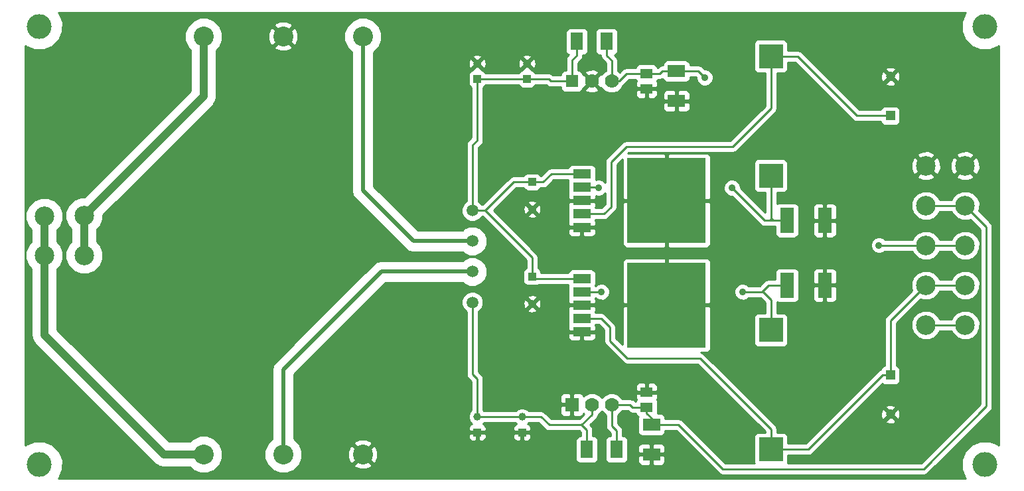
<source format=gtl>
G04 (created by PCBNEW (2013-07-07 BZR 4022)-stable) date 4/14/2014 9:30:58 PM*
%MOIN*%
G04 Gerber Fmt 3.4, Leading zero omitted, Abs format*
%FSLAX34Y34*%
G01*
G70*
G90*
G04 APERTURE LIST*
%ADD10C,0.00590551*%
%ADD11R,0.09X0.045*%
%ADD12R,0.3937X0.4252*%
%ADD13R,0.12X0.12*%
%ADD14C,0.0590551*%
%ADD15R,0.0866X0.063*%
%ADD16R,0.063X0.0866*%
%ADD17R,0.07X0.125*%
%ADD18R,0.059X0.0512*%
%ADD19R,0.0393701X0.0393701*%
%ADD20C,0.0393701*%
%ADD21R,0.0472441X0.0472441*%
%ADD22C,0.0472441*%
%ADD23C,0.0984252*%
%ADD24C,0.1*%
%ADD25C,0.07*%
%ADD26R,0.07X0.07*%
%ADD27R,0.06X0.06*%
%ADD28C,0.125*%
%ADD29C,0.035*%
%ADD30C,0.04*%
%ADD31C,0.01*%
%ADD32C,0.02*%
G04 APERTURE END LIST*
G54D10*
G54D11*
X91000Y-56831D03*
G54D12*
X95250Y-57500D03*
G54D11*
X91000Y-58169D03*
X91000Y-57500D03*
X91000Y-56161D03*
X91000Y-58839D03*
X91000Y-62081D03*
G54D12*
X95250Y-62750D03*
G54D11*
X91000Y-63419D03*
X91000Y-62750D03*
X91000Y-61411D03*
X91000Y-64089D03*
G54D13*
X100500Y-56250D03*
X100500Y-50250D03*
X100500Y-64000D03*
X100500Y-70000D03*
G54D14*
X85500Y-62606D03*
X85500Y-61070D03*
X85500Y-59535D03*
X85500Y-58000D03*
G54D15*
X95750Y-52498D03*
X95750Y-51002D03*
G54D16*
X91252Y-70000D03*
X92748Y-70000D03*
X92248Y-49500D03*
X90752Y-49500D03*
G54D15*
X94500Y-68752D03*
X94500Y-70248D03*
G54D17*
X103200Y-58500D03*
X101300Y-58500D03*
X103200Y-61750D03*
X101300Y-61750D03*
G54D18*
X94250Y-51125D03*
X94250Y-51875D03*
X94250Y-67125D03*
X94250Y-67875D03*
G54D19*
X88500Y-56561D03*
G54D20*
X88500Y-57938D03*
G54D19*
X88500Y-61311D03*
G54D20*
X88500Y-62688D03*
G54D19*
X88000Y-69143D03*
G54D20*
X88000Y-68356D03*
G54D19*
X85750Y-69143D03*
G54D20*
X85750Y-68356D03*
G54D19*
X88250Y-51393D03*
G54D20*
X88250Y-50606D03*
G54D19*
X85750Y-51393D03*
G54D20*
X85750Y-50606D03*
G54D21*
X106500Y-66265D03*
G54D22*
X106500Y-68234D03*
G54D21*
X106500Y-53234D03*
G54D22*
X106500Y-51265D03*
G54D23*
X110250Y-63750D03*
X110250Y-61750D03*
X110250Y-59750D03*
X110250Y-57750D03*
X110250Y-55750D03*
X108281Y-63750D03*
X108281Y-61750D03*
X108281Y-59750D03*
X108281Y-57750D03*
X108281Y-55750D03*
X64000Y-60250D03*
X64000Y-58281D03*
X66000Y-60250D03*
X66000Y-58250D03*
G54D24*
X76000Y-70250D03*
X72000Y-70250D03*
X80000Y-70250D03*
X72000Y-49250D03*
X76000Y-49250D03*
X80000Y-49250D03*
G54D25*
X91500Y-67750D03*
X92500Y-67750D03*
G54D26*
X90500Y-67750D03*
G54D25*
X91500Y-51500D03*
X92500Y-51500D03*
G54D27*
X90500Y-51500D03*
G54D28*
X63750Y-70750D03*
X63750Y-48750D03*
X111250Y-48750D03*
X111250Y-70750D03*
G54D29*
X98540Y-56860D03*
X91830Y-56850D03*
X105920Y-59740D03*
X97170Y-51320D03*
X99070Y-62080D03*
X91980Y-62080D03*
G54D30*
X64000Y-58281D02*
X64000Y-60250D01*
X64000Y-60250D02*
X64000Y-64250D01*
X64000Y-64250D02*
X70000Y-70250D01*
X70000Y-70250D02*
X72000Y-70250D01*
G54D31*
X91252Y-70000D02*
X91252Y-69032D01*
X91252Y-69032D02*
X90990Y-68770D01*
X88000Y-68356D02*
X88946Y-68356D01*
X91500Y-68260D02*
X91500Y-67750D01*
X90990Y-68770D02*
X91500Y-68260D01*
X89360Y-68770D02*
X90990Y-68770D01*
X88946Y-68356D02*
X89360Y-68770D01*
X85750Y-68356D02*
X88000Y-68356D01*
X85500Y-62606D02*
X85500Y-66220D01*
X85750Y-66470D02*
X85750Y-68356D01*
X85500Y-66220D02*
X85750Y-66470D01*
X88500Y-61311D02*
X88599Y-61411D01*
X88599Y-61411D02*
X91000Y-61411D01*
X86140Y-58000D02*
X88500Y-60360D01*
X88500Y-60360D02*
X88500Y-61311D01*
X85500Y-58000D02*
X86140Y-58000D01*
X87578Y-56561D02*
X88500Y-56561D01*
X86140Y-58000D02*
X87578Y-56561D01*
X88500Y-56561D02*
X89058Y-56561D01*
X89459Y-56161D02*
X91000Y-56161D01*
X89058Y-56561D02*
X89459Y-56161D01*
X90752Y-49500D02*
X90752Y-50198D01*
X90500Y-50450D02*
X90500Y-51500D01*
X90752Y-50198D02*
X90500Y-50450D01*
X88250Y-51393D02*
X89333Y-51393D01*
X89440Y-51500D02*
X90500Y-51500D01*
X89333Y-51393D02*
X89440Y-51500D01*
X85750Y-51393D02*
X88250Y-51393D01*
X85500Y-58000D02*
X85500Y-54710D01*
X85750Y-54460D02*
X85750Y-51393D01*
X85500Y-54710D02*
X85750Y-54460D01*
X100500Y-58370D02*
X100500Y-58380D01*
X100500Y-58380D02*
X100620Y-58500D01*
X100500Y-56250D02*
X100500Y-58370D01*
X100500Y-58370D02*
X100500Y-58410D01*
X100500Y-58410D02*
X100410Y-58500D01*
X91000Y-56831D02*
X91811Y-56831D01*
X100180Y-58500D02*
X100410Y-58500D01*
X100410Y-58500D02*
X100620Y-58500D01*
X100620Y-58500D02*
X101300Y-58500D01*
X98540Y-56860D02*
X100180Y-58500D01*
X91811Y-56831D02*
X91830Y-56850D01*
G54D30*
X66000Y-60250D02*
X66000Y-58250D01*
X66000Y-58250D02*
X72000Y-52250D01*
X72000Y-52250D02*
X72000Y-49250D01*
G54D31*
X100500Y-50250D02*
X101840Y-50250D01*
X104824Y-53234D02*
X106500Y-53234D01*
X101840Y-50250D02*
X104824Y-53234D01*
X100500Y-50250D02*
X100500Y-52870D01*
X92111Y-58169D02*
X91000Y-58169D01*
X92460Y-57820D02*
X92111Y-58169D01*
X92460Y-55560D02*
X92460Y-57820D01*
X93230Y-54790D02*
X92460Y-55560D01*
X98580Y-54790D02*
X93230Y-54790D01*
X100500Y-52870D02*
X98580Y-54790D01*
X108281Y-63750D02*
X110250Y-63750D01*
X95750Y-51002D02*
X96852Y-51002D01*
X105930Y-59750D02*
X108281Y-59750D01*
X105920Y-59740D02*
X105930Y-59750D01*
X96852Y-51002D02*
X97170Y-51320D01*
X108281Y-59750D02*
X110250Y-59750D01*
X94250Y-51125D02*
X94915Y-51125D01*
X95038Y-51002D02*
X95750Y-51002D01*
X94915Y-51125D02*
X95038Y-51002D01*
X92500Y-51500D02*
X92860Y-51500D01*
X93235Y-51125D02*
X94250Y-51125D01*
X92860Y-51500D02*
X93235Y-51125D01*
X92248Y-49500D02*
X92248Y-50208D01*
X92500Y-50460D02*
X92500Y-51500D01*
X92248Y-50208D02*
X92500Y-50460D01*
X94500Y-68752D02*
X95852Y-68752D01*
X111320Y-58820D02*
X110250Y-57750D01*
X111320Y-67830D02*
X111320Y-58820D01*
X108170Y-70980D02*
X111320Y-67830D01*
X103470Y-70980D02*
X108170Y-70980D01*
X98080Y-70980D02*
X103470Y-70980D01*
X95852Y-68752D02*
X98080Y-70980D01*
X110250Y-57750D02*
X108281Y-57750D01*
X94250Y-67875D02*
X94250Y-68180D01*
X94500Y-68430D02*
X94500Y-68752D01*
X94250Y-68180D02*
X94500Y-68430D01*
X92500Y-67750D02*
X93420Y-67750D01*
X93545Y-67875D02*
X94250Y-67875D01*
X93420Y-67750D02*
X93545Y-67875D01*
X92748Y-70000D02*
X92748Y-69058D01*
X92500Y-68810D02*
X92500Y-67750D01*
X92748Y-69058D02*
X92500Y-68810D01*
X106500Y-66265D02*
X106500Y-63531D01*
X106500Y-63531D02*
X108281Y-61750D01*
X100500Y-70000D02*
X102360Y-70000D01*
X106094Y-66265D02*
X106500Y-66265D01*
X102360Y-70000D02*
X106094Y-66265D01*
X100500Y-70000D02*
X100500Y-68980D01*
X91969Y-63419D02*
X91000Y-63419D01*
X92410Y-63860D02*
X91969Y-63419D01*
X92410Y-64540D02*
X92410Y-63860D01*
X93290Y-65420D02*
X92410Y-64540D01*
X96940Y-65420D02*
X93290Y-65420D01*
X100500Y-68980D02*
X96940Y-65420D01*
X108281Y-61750D02*
X110250Y-61750D01*
G54D32*
X76000Y-70250D02*
X76000Y-66000D01*
X80929Y-61070D02*
X85500Y-61070D01*
X76000Y-66000D02*
X80929Y-61070D01*
X80000Y-49250D02*
X80000Y-57000D01*
X82535Y-59535D02*
X85500Y-59535D01*
X80000Y-57000D02*
X82535Y-59535D01*
G54D31*
X100500Y-64000D02*
X100500Y-62490D01*
X100500Y-62490D02*
X100070Y-62060D01*
X91000Y-62081D02*
X91979Y-62081D01*
X100380Y-61750D02*
X101300Y-61750D01*
X100050Y-62080D02*
X100070Y-62060D01*
X100070Y-62060D02*
X100380Y-61750D01*
X99070Y-62080D02*
X100050Y-62080D01*
X91979Y-62081D02*
X91980Y-62080D01*
G54D10*
G36*
X111950Y-69788D02*
X111916Y-69754D01*
X111620Y-69631D01*
X111620Y-67830D01*
X111620Y-58820D01*
X111597Y-58705D01*
X111532Y-58607D01*
X111532Y-58607D01*
X110995Y-58071D01*
X110995Y-55877D01*
X110987Y-55582D01*
X110890Y-55346D01*
X110774Y-55295D01*
X110704Y-55366D01*
X110704Y-55225D01*
X110653Y-55109D01*
X110377Y-55004D01*
X110082Y-55012D01*
X109846Y-55109D01*
X109795Y-55225D01*
X110250Y-55679D01*
X110704Y-55225D01*
X110704Y-55366D01*
X110320Y-55750D01*
X110774Y-56204D01*
X110890Y-56153D01*
X110995Y-55877D01*
X110995Y-58071D01*
X110942Y-58018D01*
X110991Y-57898D01*
X110992Y-57603D01*
X110879Y-57330D01*
X110704Y-57154D01*
X110704Y-56274D01*
X110250Y-55820D01*
X110179Y-55891D01*
X110179Y-55750D01*
X109725Y-55295D01*
X109609Y-55346D01*
X109504Y-55622D01*
X109512Y-55917D01*
X109609Y-56153D01*
X109725Y-56204D01*
X110179Y-55750D01*
X110179Y-55891D01*
X109795Y-56274D01*
X109846Y-56390D01*
X110122Y-56495D01*
X110417Y-56487D01*
X110653Y-56390D01*
X110704Y-56274D01*
X110704Y-57154D01*
X110670Y-57121D01*
X110398Y-57008D01*
X110103Y-57007D01*
X109830Y-57120D01*
X109621Y-57329D01*
X109571Y-57450D01*
X109027Y-57450D01*
X109027Y-55877D01*
X109019Y-55582D01*
X108921Y-55346D01*
X108806Y-55295D01*
X108735Y-55366D01*
X108735Y-55225D01*
X108684Y-55109D01*
X108409Y-55004D01*
X108114Y-55012D01*
X107878Y-55109D01*
X107827Y-55225D01*
X108281Y-55679D01*
X108735Y-55225D01*
X108735Y-55366D01*
X108352Y-55750D01*
X108806Y-56204D01*
X108921Y-56153D01*
X109027Y-55877D01*
X109027Y-57450D01*
X108960Y-57450D01*
X108911Y-57330D01*
X108735Y-57154D01*
X108735Y-56274D01*
X108281Y-55820D01*
X108210Y-55891D01*
X108210Y-55750D01*
X107756Y-55295D01*
X107641Y-55346D01*
X107535Y-55622D01*
X107543Y-55917D01*
X107641Y-56153D01*
X107756Y-56204D01*
X108210Y-55750D01*
X108210Y-55891D01*
X107827Y-56274D01*
X107878Y-56390D01*
X108153Y-56495D01*
X108448Y-56487D01*
X108684Y-56390D01*
X108735Y-56274D01*
X108735Y-57154D01*
X108702Y-57121D01*
X108429Y-57008D01*
X108134Y-57007D01*
X107861Y-57120D01*
X107652Y-57329D01*
X107539Y-57601D01*
X107539Y-57896D01*
X107651Y-58169D01*
X107860Y-58378D01*
X108133Y-58491D01*
X108428Y-58492D01*
X108701Y-58379D01*
X108910Y-58170D01*
X108960Y-58050D01*
X109570Y-58050D01*
X109620Y-58169D01*
X109829Y-58378D01*
X110101Y-58491D01*
X110396Y-58492D01*
X110517Y-58442D01*
X111020Y-58944D01*
X111020Y-67705D01*
X110992Y-67733D01*
X110992Y-63603D01*
X110879Y-63330D01*
X110670Y-63121D01*
X110398Y-63008D01*
X110103Y-63007D01*
X109830Y-63120D01*
X109621Y-63329D01*
X109571Y-63450D01*
X108960Y-63450D01*
X108911Y-63330D01*
X108702Y-63121D01*
X108429Y-63008D01*
X108134Y-63007D01*
X107861Y-63120D01*
X107652Y-63329D01*
X107539Y-63601D01*
X107539Y-63896D01*
X107651Y-64169D01*
X107860Y-64378D01*
X108133Y-64491D01*
X108428Y-64492D01*
X108701Y-64379D01*
X108910Y-64170D01*
X108960Y-64050D01*
X109570Y-64050D01*
X109620Y-64169D01*
X109829Y-64378D01*
X110101Y-64491D01*
X110396Y-64492D01*
X110669Y-64379D01*
X110878Y-64170D01*
X110991Y-63898D01*
X110992Y-63603D01*
X110992Y-67733D01*
X108045Y-70680D01*
X106991Y-70680D01*
X106991Y-68300D01*
X106979Y-68107D01*
X106928Y-67984D01*
X106839Y-67965D01*
X106768Y-68036D01*
X106768Y-67894D01*
X106749Y-67805D01*
X106566Y-67742D01*
X106373Y-67754D01*
X106250Y-67805D01*
X106231Y-67894D01*
X106500Y-68163D01*
X106768Y-67894D01*
X106768Y-68036D01*
X106570Y-68234D01*
X106839Y-68503D01*
X106928Y-68483D01*
X106991Y-68300D01*
X106991Y-70680D01*
X106768Y-70680D01*
X106768Y-68573D01*
X106500Y-68304D01*
X106429Y-68375D01*
X106429Y-68234D01*
X106160Y-67965D01*
X106071Y-67984D01*
X106008Y-68167D01*
X106020Y-68360D01*
X106071Y-68483D01*
X106160Y-68503D01*
X106429Y-68234D01*
X106429Y-68375D01*
X106231Y-68573D01*
X106250Y-68662D01*
X106433Y-68725D01*
X106626Y-68713D01*
X106749Y-68662D01*
X106768Y-68573D01*
X106768Y-70680D01*
X103470Y-70680D01*
X101337Y-70680D01*
X101349Y-70649D01*
X101350Y-70550D01*
X101350Y-70300D01*
X102360Y-70300D01*
X102360Y-70299D01*
X102474Y-70277D01*
X102474Y-70277D01*
X102572Y-70212D01*
X106096Y-66688D01*
X106121Y-66713D01*
X106213Y-66751D01*
X106313Y-66752D01*
X106785Y-66752D01*
X106877Y-66714D01*
X106948Y-66643D01*
X106986Y-66551D01*
X106986Y-66452D01*
X106986Y-65980D01*
X106948Y-65888D01*
X106878Y-65817D01*
X106800Y-65785D01*
X106800Y-63655D01*
X108013Y-62442D01*
X108133Y-62491D01*
X108428Y-62492D01*
X108701Y-62379D01*
X108910Y-62170D01*
X108960Y-62050D01*
X109570Y-62050D01*
X109620Y-62169D01*
X109829Y-62378D01*
X110101Y-62491D01*
X110396Y-62492D01*
X110669Y-62379D01*
X110878Y-62170D01*
X110991Y-61898D01*
X110992Y-61603D01*
X110992Y-59603D01*
X110879Y-59330D01*
X110670Y-59121D01*
X110398Y-59008D01*
X110103Y-59007D01*
X109830Y-59120D01*
X109621Y-59329D01*
X109571Y-59450D01*
X108960Y-59450D01*
X108911Y-59330D01*
X108702Y-59121D01*
X108429Y-59008D01*
X108134Y-59007D01*
X107861Y-59120D01*
X107652Y-59329D01*
X107602Y-59450D01*
X106991Y-59450D01*
X106991Y-51332D01*
X106979Y-51139D01*
X106928Y-51016D01*
X106839Y-50996D01*
X106768Y-51067D01*
X106768Y-50926D01*
X106749Y-50837D01*
X106566Y-50774D01*
X106373Y-50786D01*
X106250Y-50837D01*
X106231Y-50926D01*
X106500Y-51195D01*
X106768Y-50926D01*
X106768Y-51067D01*
X106570Y-51265D01*
X106839Y-51534D01*
X106928Y-51515D01*
X106991Y-51332D01*
X106991Y-59450D01*
X106986Y-59450D01*
X106986Y-53420D01*
X106986Y-52948D01*
X106948Y-52856D01*
X106878Y-52786D01*
X106786Y-52748D01*
X106768Y-52748D01*
X106768Y-51605D01*
X106500Y-51336D01*
X106429Y-51407D01*
X106429Y-51265D01*
X106160Y-50996D01*
X106071Y-51016D01*
X106008Y-51199D01*
X106020Y-51392D01*
X106071Y-51515D01*
X106160Y-51534D01*
X106429Y-51265D01*
X106429Y-51407D01*
X106231Y-51605D01*
X106250Y-51694D01*
X106433Y-51757D01*
X106626Y-51745D01*
X106749Y-51694D01*
X106768Y-51605D01*
X106768Y-52748D01*
X106686Y-52747D01*
X106214Y-52747D01*
X106122Y-52785D01*
X106051Y-52856D01*
X106019Y-52934D01*
X104948Y-52934D01*
X102052Y-50037D01*
X101954Y-49972D01*
X101840Y-49950D01*
X101350Y-49950D01*
X101350Y-49600D01*
X101312Y-49508D01*
X101241Y-49438D01*
X101149Y-49400D01*
X101050Y-49399D01*
X99850Y-49399D01*
X99758Y-49437D01*
X99688Y-49508D01*
X99650Y-49600D01*
X99649Y-49699D01*
X99649Y-50899D01*
X99687Y-50991D01*
X99758Y-51061D01*
X99850Y-51099D01*
X99949Y-51100D01*
X100200Y-51100D01*
X100200Y-52745D01*
X98455Y-54490D01*
X97595Y-54490D01*
X97595Y-51235D01*
X97530Y-51079D01*
X97411Y-50959D01*
X97254Y-50895D01*
X97169Y-50894D01*
X97064Y-50789D01*
X96966Y-50724D01*
X96852Y-50702D01*
X96433Y-50702D01*
X96433Y-50637D01*
X96395Y-50545D01*
X96324Y-50475D01*
X96232Y-50437D01*
X96133Y-50436D01*
X95267Y-50436D01*
X95175Y-50474D01*
X95105Y-50545D01*
X95067Y-50637D01*
X95066Y-50702D01*
X95038Y-50702D01*
X94923Y-50724D01*
X94825Y-50789D01*
X94795Y-50820D01*
X94795Y-50819D01*
X94757Y-50727D01*
X94686Y-50657D01*
X94594Y-50619D01*
X94495Y-50618D01*
X93905Y-50618D01*
X93813Y-50656D01*
X93743Y-50727D01*
X93705Y-50819D01*
X93705Y-50825D01*
X93235Y-50825D01*
X93120Y-50847D01*
X93022Y-50912D01*
X92892Y-51043D01*
X92840Y-50991D01*
X92800Y-50974D01*
X92800Y-50460D01*
X92799Y-50459D01*
X92777Y-50345D01*
X92712Y-50247D01*
X92712Y-50247D01*
X92637Y-50172D01*
X92704Y-50145D01*
X92774Y-50074D01*
X92812Y-49982D01*
X92813Y-49883D01*
X92813Y-49017D01*
X92775Y-48925D01*
X92704Y-48855D01*
X92612Y-48817D01*
X92513Y-48816D01*
X91883Y-48816D01*
X91791Y-48854D01*
X91721Y-48925D01*
X91683Y-49017D01*
X91682Y-49116D01*
X91682Y-49982D01*
X91720Y-50074D01*
X91791Y-50144D01*
X91883Y-50182D01*
X91948Y-50183D01*
X91948Y-50208D01*
X91970Y-50322D01*
X92035Y-50420D01*
X92200Y-50584D01*
X92200Y-50974D01*
X92160Y-50991D01*
X91991Y-51159D01*
X91987Y-51170D01*
X91922Y-51148D01*
X91851Y-51219D01*
X91851Y-51077D01*
X91817Y-50977D01*
X91593Y-50895D01*
X91355Y-50905D01*
X91182Y-50977D01*
X91148Y-51077D01*
X91500Y-51429D01*
X91851Y-51077D01*
X91851Y-51219D01*
X91570Y-51500D01*
X91922Y-51851D01*
X91987Y-51829D01*
X91991Y-51839D01*
X92159Y-52008D01*
X92380Y-52099D01*
X92618Y-52100D01*
X92839Y-52008D01*
X93008Y-51840D01*
X93057Y-51721D01*
X93072Y-51712D01*
X93359Y-51425D01*
X93704Y-51425D01*
X93704Y-51430D01*
X93733Y-51500D01*
X93704Y-51569D01*
X93705Y-51762D01*
X93767Y-51825D01*
X94200Y-51825D01*
X94200Y-51817D01*
X94300Y-51817D01*
X94300Y-51825D01*
X94732Y-51825D01*
X94795Y-51762D01*
X94795Y-51569D01*
X94766Y-51499D01*
X94794Y-51430D01*
X94794Y-51425D01*
X94915Y-51425D01*
X94915Y-51424D01*
X95029Y-51402D01*
X95029Y-51402D01*
X95070Y-51374D01*
X95104Y-51458D01*
X95175Y-51528D01*
X95267Y-51566D01*
X95366Y-51567D01*
X96232Y-51567D01*
X96324Y-51529D01*
X96394Y-51458D01*
X96432Y-51366D01*
X96433Y-51302D01*
X96727Y-51302D01*
X96745Y-51319D01*
X96744Y-51404D01*
X96809Y-51560D01*
X96928Y-51680D01*
X97085Y-51744D01*
X97254Y-51745D01*
X97410Y-51680D01*
X97530Y-51561D01*
X97594Y-51404D01*
X97595Y-51235D01*
X97595Y-54490D01*
X96433Y-54490D01*
X96433Y-52862D01*
X96433Y-52133D01*
X96395Y-52041D01*
X96324Y-51971D01*
X96232Y-51933D01*
X96133Y-51932D01*
X95862Y-51933D01*
X95800Y-51995D01*
X95800Y-52448D01*
X96370Y-52448D01*
X96433Y-52385D01*
X96433Y-52133D01*
X96433Y-52862D01*
X96433Y-52610D01*
X96370Y-52548D01*
X95800Y-52548D01*
X95800Y-53000D01*
X95862Y-53063D01*
X96133Y-53063D01*
X96232Y-53062D01*
X96324Y-53024D01*
X96395Y-52954D01*
X96433Y-52862D01*
X96433Y-54490D01*
X95700Y-54490D01*
X95700Y-53000D01*
X95700Y-52548D01*
X95700Y-52448D01*
X95700Y-51995D01*
X95637Y-51933D01*
X95366Y-51932D01*
X95267Y-51933D01*
X95175Y-51971D01*
X95104Y-52041D01*
X95066Y-52133D01*
X95067Y-52385D01*
X95129Y-52448D01*
X95700Y-52448D01*
X95700Y-52548D01*
X95129Y-52548D01*
X95067Y-52610D01*
X95066Y-52862D01*
X95104Y-52954D01*
X95175Y-53024D01*
X95267Y-53062D01*
X95366Y-53063D01*
X95637Y-53063D01*
X95700Y-53000D01*
X95700Y-54490D01*
X94795Y-54490D01*
X94795Y-52180D01*
X94795Y-51987D01*
X94732Y-51925D01*
X94300Y-51925D01*
X94300Y-52318D01*
X94362Y-52381D01*
X94495Y-52381D01*
X94594Y-52380D01*
X94686Y-52342D01*
X94757Y-52272D01*
X94795Y-52180D01*
X94795Y-54490D01*
X94200Y-54490D01*
X94200Y-52318D01*
X94200Y-51925D01*
X93767Y-51925D01*
X93705Y-51987D01*
X93704Y-52180D01*
X93742Y-52272D01*
X93813Y-52342D01*
X93905Y-52380D01*
X94004Y-52381D01*
X94137Y-52381D01*
X94200Y-52318D01*
X94200Y-54490D01*
X93230Y-54490D01*
X93115Y-54512D01*
X93017Y-54577D01*
X92247Y-55347D01*
X92182Y-55445D01*
X92160Y-55560D01*
X92160Y-56579D01*
X92071Y-56489D01*
X91914Y-56425D01*
X91851Y-56425D01*
X91851Y-51922D01*
X91500Y-51570D01*
X91148Y-51922D01*
X91182Y-52022D01*
X91406Y-52104D01*
X91644Y-52094D01*
X91817Y-52022D01*
X91851Y-51922D01*
X91851Y-56425D01*
X91745Y-56424D01*
X91695Y-56445D01*
X91699Y-56435D01*
X91700Y-56336D01*
X91700Y-55886D01*
X91662Y-55794D01*
X91591Y-55724D01*
X91499Y-55686D01*
X91400Y-55685D01*
X90500Y-55685D01*
X90408Y-55723D01*
X90338Y-55794D01*
X90310Y-55861D01*
X89459Y-55861D01*
X89344Y-55883D01*
X89246Y-55948D01*
X88934Y-56261D01*
X88924Y-56261D01*
X88908Y-56222D01*
X88838Y-56152D01*
X88746Y-56114D01*
X88647Y-56114D01*
X88253Y-56114D01*
X88161Y-56152D01*
X88091Y-56222D01*
X88075Y-56261D01*
X87578Y-56261D01*
X87464Y-56283D01*
X87366Y-56348D01*
X86015Y-57700D01*
X85966Y-57700D01*
X85962Y-57691D01*
X85809Y-57538D01*
X85800Y-57534D01*
X85800Y-54834D01*
X85962Y-54672D01*
X85962Y-54672D01*
X86027Y-54574D01*
X86049Y-54460D01*
X86050Y-54460D01*
X86050Y-51818D01*
X86088Y-51802D01*
X86158Y-51732D01*
X86174Y-51693D01*
X87825Y-51693D01*
X87841Y-51731D01*
X87911Y-51802D01*
X88003Y-51840D01*
X88102Y-51840D01*
X88496Y-51840D01*
X88588Y-51802D01*
X88658Y-51732D01*
X88674Y-51693D01*
X89209Y-51693D01*
X89227Y-51712D01*
X89227Y-51712D01*
X89325Y-51777D01*
X89440Y-51800D01*
X89949Y-51800D01*
X89949Y-51849D01*
X89987Y-51941D01*
X90058Y-52011D01*
X90150Y-52049D01*
X90249Y-52050D01*
X90849Y-52050D01*
X90941Y-52012D01*
X91011Y-51941D01*
X91049Y-51849D01*
X91049Y-51842D01*
X91077Y-51851D01*
X91429Y-51500D01*
X91077Y-51148D01*
X91050Y-51157D01*
X91050Y-51150D01*
X91012Y-51058D01*
X90941Y-50988D01*
X90849Y-50950D01*
X90800Y-50950D01*
X90800Y-50574D01*
X90964Y-50410D01*
X90964Y-50410D01*
X91029Y-50312D01*
X91051Y-50198D01*
X91052Y-50198D01*
X91052Y-50183D01*
X91116Y-50183D01*
X91208Y-50145D01*
X91278Y-50074D01*
X91316Y-49982D01*
X91317Y-49883D01*
X91317Y-49017D01*
X91279Y-48925D01*
X91208Y-48855D01*
X91116Y-48817D01*
X91017Y-48816D01*
X90387Y-48816D01*
X90295Y-48854D01*
X90225Y-48925D01*
X90187Y-49017D01*
X90186Y-49116D01*
X90186Y-49982D01*
X90224Y-50074D01*
X90295Y-50144D01*
X90355Y-50169D01*
X90287Y-50237D01*
X90222Y-50335D01*
X90200Y-50450D01*
X90200Y-50949D01*
X90150Y-50949D01*
X90058Y-50987D01*
X89988Y-51058D01*
X89950Y-51150D01*
X89950Y-51200D01*
X89564Y-51200D01*
X89545Y-51181D01*
X89448Y-51116D01*
X89333Y-51093D01*
X88702Y-51093D01*
X88702Y-50663D01*
X88689Y-50486D01*
X88645Y-50380D01*
X88561Y-50365D01*
X88490Y-50436D01*
X88490Y-50295D01*
X88475Y-50210D01*
X88307Y-50154D01*
X88129Y-50166D01*
X88024Y-50210D01*
X88009Y-50295D01*
X88250Y-50535D01*
X88490Y-50295D01*
X88490Y-50436D01*
X88320Y-50606D01*
X88561Y-50846D01*
X88645Y-50832D01*
X88702Y-50663D01*
X88702Y-51093D01*
X88674Y-51093D01*
X88658Y-51055D01*
X88588Y-50985D01*
X88496Y-50946D01*
X88485Y-50946D01*
X88490Y-50917D01*
X88250Y-50677D01*
X88179Y-50747D01*
X88179Y-50606D01*
X87938Y-50365D01*
X87854Y-50380D01*
X87797Y-50549D01*
X87810Y-50726D01*
X87854Y-50832D01*
X87938Y-50846D01*
X88179Y-50606D01*
X88179Y-50747D01*
X88009Y-50917D01*
X88014Y-50946D01*
X88003Y-50946D01*
X87911Y-50984D01*
X87841Y-51055D01*
X87825Y-51093D01*
X86202Y-51093D01*
X86202Y-50663D01*
X86189Y-50486D01*
X86145Y-50380D01*
X86061Y-50365D01*
X85990Y-50436D01*
X85990Y-50295D01*
X85975Y-50210D01*
X85807Y-50154D01*
X85629Y-50166D01*
X85524Y-50210D01*
X85509Y-50295D01*
X85750Y-50535D01*
X85990Y-50295D01*
X85990Y-50436D01*
X85820Y-50606D01*
X86061Y-50846D01*
X86145Y-50832D01*
X86202Y-50663D01*
X86202Y-51093D01*
X86174Y-51093D01*
X86158Y-51055D01*
X86088Y-50985D01*
X85996Y-50946D01*
X85985Y-50946D01*
X85990Y-50917D01*
X85750Y-50677D01*
X85679Y-50747D01*
X85679Y-50606D01*
X85438Y-50365D01*
X85354Y-50380D01*
X85297Y-50549D01*
X85310Y-50726D01*
X85354Y-50832D01*
X85438Y-50846D01*
X85679Y-50606D01*
X85679Y-50747D01*
X85509Y-50917D01*
X85514Y-50946D01*
X85503Y-50946D01*
X85411Y-50984D01*
X85341Y-51055D01*
X85303Y-51146D01*
X85303Y-51246D01*
X85303Y-51640D01*
X85341Y-51731D01*
X85411Y-51802D01*
X85450Y-51818D01*
X85450Y-54335D01*
X85287Y-54497D01*
X85222Y-54595D01*
X85200Y-54710D01*
X85200Y-57533D01*
X85191Y-57537D01*
X85038Y-57690D01*
X84954Y-57891D01*
X84954Y-58107D01*
X85037Y-58308D01*
X85190Y-58461D01*
X85391Y-58545D01*
X85607Y-58545D01*
X85808Y-58462D01*
X85961Y-58309D01*
X85965Y-58300D01*
X86015Y-58300D01*
X88200Y-60484D01*
X88200Y-60886D01*
X88161Y-60902D01*
X88091Y-60972D01*
X88053Y-61064D01*
X88053Y-61163D01*
X88053Y-61557D01*
X88091Y-61649D01*
X88161Y-61719D01*
X88253Y-61757D01*
X88352Y-61757D01*
X88746Y-61757D01*
X88838Y-61719D01*
X88847Y-61711D01*
X90310Y-61711D01*
X90324Y-61746D01*
X90300Y-61806D01*
X90299Y-61905D01*
X90299Y-62355D01*
X90324Y-62415D01*
X90299Y-62475D01*
X90300Y-62637D01*
X90362Y-62700D01*
X90950Y-62700D01*
X90950Y-62692D01*
X91050Y-62692D01*
X91050Y-62700D01*
X91637Y-62700D01*
X91700Y-62637D01*
X91700Y-62475D01*
X91675Y-62415D01*
X91686Y-62387D01*
X91738Y-62440D01*
X91895Y-62504D01*
X92064Y-62505D01*
X92220Y-62440D01*
X92340Y-62321D01*
X92404Y-62164D01*
X92405Y-61995D01*
X92340Y-61839D01*
X92221Y-61719D01*
X92064Y-61655D01*
X91895Y-61654D01*
X91739Y-61719D01*
X91686Y-61772D01*
X91675Y-61745D01*
X91699Y-61685D01*
X91700Y-61586D01*
X91700Y-61136D01*
X91700Y-59113D01*
X91700Y-58951D01*
X91637Y-58889D01*
X91050Y-58889D01*
X91050Y-59251D01*
X91112Y-59314D01*
X91400Y-59314D01*
X91499Y-59313D01*
X91591Y-59275D01*
X91662Y-59205D01*
X91700Y-59113D01*
X91700Y-61136D01*
X91662Y-61044D01*
X91591Y-60974D01*
X91499Y-60936D01*
X91400Y-60935D01*
X90950Y-60935D01*
X90950Y-59251D01*
X90950Y-58889D01*
X90362Y-58889D01*
X90300Y-58951D01*
X90299Y-59113D01*
X90337Y-59205D01*
X90408Y-59275D01*
X90500Y-59313D01*
X90599Y-59314D01*
X90887Y-59314D01*
X90950Y-59251D01*
X90950Y-60935D01*
X90500Y-60935D01*
X90408Y-60973D01*
X90338Y-61044D01*
X90310Y-61111D01*
X88952Y-61111D01*
X88952Y-57996D01*
X88939Y-57818D01*
X88895Y-57713D01*
X88811Y-57698D01*
X88740Y-57769D01*
X88740Y-57627D01*
X88725Y-57543D01*
X88557Y-57486D01*
X88379Y-57499D01*
X88274Y-57543D01*
X88259Y-57627D01*
X88500Y-57868D01*
X88740Y-57627D01*
X88740Y-57769D01*
X88570Y-57938D01*
X88811Y-58179D01*
X88895Y-58164D01*
X88952Y-57996D01*
X88952Y-61111D01*
X88946Y-61111D01*
X88946Y-61064D01*
X88908Y-60972D01*
X88838Y-60902D01*
X88800Y-60886D01*
X88800Y-60360D01*
X88799Y-60359D01*
X88777Y-60245D01*
X88740Y-60190D01*
X88740Y-58250D01*
X88500Y-58009D01*
X88429Y-58080D01*
X88429Y-57938D01*
X88188Y-57698D01*
X88104Y-57713D01*
X88047Y-57881D01*
X88060Y-58059D01*
X88104Y-58164D01*
X88188Y-58179D01*
X88429Y-57938D01*
X88429Y-58080D01*
X88259Y-58250D01*
X88274Y-58334D01*
X88442Y-58390D01*
X88620Y-58378D01*
X88725Y-58334D01*
X88740Y-58250D01*
X88740Y-60190D01*
X88712Y-60147D01*
X88712Y-60147D01*
X86564Y-58000D01*
X87703Y-56861D01*
X88075Y-56861D01*
X88091Y-56899D01*
X88161Y-56969D01*
X88253Y-57007D01*
X88352Y-57007D01*
X88746Y-57007D01*
X88838Y-56969D01*
X88908Y-56899D01*
X88924Y-56861D01*
X89058Y-56861D01*
X89058Y-56861D01*
X89173Y-56838D01*
X89173Y-56838D01*
X89271Y-56773D01*
X89583Y-56461D01*
X90310Y-56461D01*
X90324Y-56496D01*
X90300Y-56556D01*
X90299Y-56655D01*
X90299Y-57105D01*
X90324Y-57165D01*
X90299Y-57225D01*
X90300Y-57387D01*
X90362Y-57450D01*
X90950Y-57450D01*
X90950Y-57442D01*
X91050Y-57442D01*
X91050Y-57450D01*
X91637Y-57450D01*
X91700Y-57387D01*
X91700Y-57256D01*
X91745Y-57274D01*
X91914Y-57275D01*
X92070Y-57210D01*
X92160Y-57121D01*
X92160Y-57695D01*
X91986Y-57869D01*
X91689Y-57869D01*
X91675Y-57834D01*
X91700Y-57774D01*
X91700Y-57612D01*
X91637Y-57550D01*
X91050Y-57550D01*
X91050Y-57557D01*
X90950Y-57557D01*
X90950Y-57550D01*
X90362Y-57550D01*
X90300Y-57612D01*
X90299Y-57774D01*
X90324Y-57834D01*
X90300Y-57894D01*
X90299Y-57993D01*
X90299Y-58443D01*
X90324Y-58503D01*
X90299Y-58564D01*
X90300Y-58726D01*
X90362Y-58789D01*
X90950Y-58789D01*
X90950Y-58781D01*
X91050Y-58781D01*
X91050Y-58789D01*
X91637Y-58789D01*
X91700Y-58726D01*
X91700Y-58564D01*
X91675Y-58503D01*
X91689Y-58469D01*
X92111Y-58469D01*
X92111Y-58468D01*
X92225Y-58446D01*
X92225Y-58446D01*
X92323Y-58381D01*
X92672Y-58032D01*
X92672Y-58032D01*
X92737Y-57934D01*
X92759Y-57820D01*
X92760Y-57820D01*
X92760Y-55684D01*
X93031Y-55412D01*
X93031Y-57387D01*
X93094Y-57450D01*
X95200Y-57450D01*
X95200Y-55186D01*
X95137Y-55124D01*
X93331Y-55123D01*
X93320Y-55123D01*
X93354Y-55090D01*
X98580Y-55090D01*
X98580Y-55089D01*
X98694Y-55067D01*
X98694Y-55067D01*
X98792Y-55002D01*
X100712Y-53082D01*
X100712Y-53082D01*
X100777Y-52984D01*
X100799Y-52870D01*
X100800Y-52870D01*
X100800Y-51100D01*
X101149Y-51100D01*
X101241Y-51062D01*
X101311Y-50991D01*
X101349Y-50899D01*
X101350Y-50800D01*
X101350Y-50550D01*
X101715Y-50550D01*
X104612Y-53446D01*
X104612Y-53446D01*
X104709Y-53511D01*
X104824Y-53534D01*
X104824Y-53534D01*
X106019Y-53534D01*
X106051Y-53611D01*
X106121Y-53682D01*
X106213Y-53720D01*
X106313Y-53720D01*
X106785Y-53720D01*
X106877Y-53682D01*
X106948Y-53612D01*
X106986Y-53520D01*
X106986Y-53420D01*
X106986Y-59450D01*
X106231Y-59450D01*
X106161Y-59379D01*
X106004Y-59315D01*
X105835Y-59314D01*
X105679Y-59379D01*
X105559Y-59498D01*
X105495Y-59655D01*
X105494Y-59824D01*
X105559Y-59980D01*
X105678Y-60100D01*
X105835Y-60164D01*
X106004Y-60165D01*
X106160Y-60100D01*
X106211Y-60050D01*
X107602Y-60050D01*
X107651Y-60169D01*
X107860Y-60378D01*
X108133Y-60491D01*
X108428Y-60492D01*
X108701Y-60379D01*
X108910Y-60170D01*
X108960Y-60050D01*
X109570Y-60050D01*
X109620Y-60169D01*
X109829Y-60378D01*
X110101Y-60491D01*
X110396Y-60492D01*
X110669Y-60379D01*
X110878Y-60170D01*
X110991Y-59898D01*
X110992Y-59603D01*
X110992Y-61603D01*
X110879Y-61330D01*
X110670Y-61121D01*
X110398Y-61008D01*
X110103Y-61007D01*
X109830Y-61120D01*
X109621Y-61329D01*
X109571Y-61450D01*
X108960Y-61450D01*
X108911Y-61330D01*
X108702Y-61121D01*
X108429Y-61008D01*
X108134Y-61007D01*
X107861Y-61120D01*
X107652Y-61329D01*
X107539Y-61601D01*
X107539Y-61896D01*
X107589Y-62017D01*
X106287Y-63319D01*
X106222Y-63416D01*
X106200Y-63531D01*
X106200Y-65785D01*
X106122Y-65817D01*
X106051Y-65887D01*
X106013Y-65979D01*
X106013Y-65981D01*
X105979Y-65988D01*
X105882Y-66053D01*
X103800Y-68135D01*
X103800Y-62325D01*
X103800Y-61174D01*
X103800Y-59075D01*
X103800Y-57924D01*
X103799Y-57825D01*
X103761Y-57733D01*
X103691Y-57662D01*
X103599Y-57624D01*
X103312Y-57625D01*
X103250Y-57687D01*
X103250Y-58450D01*
X103737Y-58450D01*
X103800Y-58387D01*
X103800Y-57924D01*
X103800Y-59075D01*
X103800Y-58612D01*
X103737Y-58550D01*
X103250Y-58550D01*
X103250Y-59312D01*
X103312Y-59375D01*
X103599Y-59375D01*
X103691Y-59337D01*
X103761Y-59266D01*
X103799Y-59174D01*
X103800Y-59075D01*
X103800Y-61174D01*
X103799Y-61075D01*
X103761Y-60983D01*
X103691Y-60912D01*
X103599Y-60874D01*
X103312Y-60875D01*
X103250Y-60937D01*
X103250Y-61700D01*
X103737Y-61700D01*
X103800Y-61637D01*
X103800Y-61174D01*
X103800Y-62325D01*
X103800Y-61862D01*
X103737Y-61800D01*
X103250Y-61800D01*
X103250Y-62562D01*
X103312Y-62625D01*
X103599Y-62625D01*
X103691Y-62587D01*
X103761Y-62516D01*
X103799Y-62424D01*
X103800Y-62325D01*
X103800Y-68135D01*
X103150Y-68785D01*
X103150Y-62562D01*
X103150Y-61800D01*
X103150Y-61700D01*
X103150Y-60937D01*
X103150Y-59312D01*
X103150Y-58550D01*
X103150Y-58450D01*
X103150Y-57687D01*
X103087Y-57625D01*
X102800Y-57624D01*
X102708Y-57662D01*
X102638Y-57733D01*
X102600Y-57825D01*
X102599Y-57924D01*
X102600Y-58387D01*
X102662Y-58450D01*
X103150Y-58450D01*
X103150Y-58550D01*
X102662Y-58550D01*
X102600Y-58612D01*
X102599Y-59075D01*
X102600Y-59174D01*
X102638Y-59266D01*
X102708Y-59337D01*
X102800Y-59375D01*
X103087Y-59375D01*
X103150Y-59312D01*
X103150Y-60937D01*
X103087Y-60875D01*
X102800Y-60874D01*
X102708Y-60912D01*
X102638Y-60983D01*
X102600Y-61075D01*
X102599Y-61174D01*
X102600Y-61637D01*
X102662Y-61700D01*
X103150Y-61700D01*
X103150Y-61800D01*
X102662Y-61800D01*
X102600Y-61862D01*
X102599Y-62325D01*
X102600Y-62424D01*
X102638Y-62516D01*
X102708Y-62587D01*
X102800Y-62625D01*
X103087Y-62625D01*
X103150Y-62562D01*
X103150Y-68785D01*
X102235Y-69700D01*
X101900Y-69700D01*
X101900Y-62325D01*
X101900Y-61075D01*
X101900Y-59075D01*
X101900Y-57825D01*
X101862Y-57733D01*
X101791Y-57663D01*
X101699Y-57625D01*
X101600Y-57624D01*
X100900Y-57624D01*
X100808Y-57662D01*
X100800Y-57671D01*
X100800Y-57100D01*
X101149Y-57100D01*
X101241Y-57062D01*
X101311Y-56991D01*
X101349Y-56899D01*
X101350Y-56800D01*
X101350Y-55600D01*
X101312Y-55508D01*
X101241Y-55438D01*
X101149Y-55400D01*
X101050Y-55399D01*
X99850Y-55399D01*
X99758Y-55437D01*
X99688Y-55508D01*
X99650Y-55600D01*
X99649Y-55699D01*
X99649Y-56899D01*
X99687Y-56991D01*
X99758Y-57061D01*
X99850Y-57099D01*
X99949Y-57100D01*
X100200Y-57100D01*
X100200Y-58095D01*
X98964Y-56860D01*
X98965Y-56775D01*
X98900Y-56619D01*
X98781Y-56499D01*
X98624Y-56435D01*
X98455Y-56434D01*
X98299Y-56499D01*
X98179Y-56618D01*
X98115Y-56775D01*
X98114Y-56944D01*
X98179Y-57100D01*
X98298Y-57220D01*
X98455Y-57284D01*
X98540Y-57285D01*
X99967Y-58712D01*
X100065Y-58777D01*
X100065Y-58777D01*
X100180Y-58800D01*
X100410Y-58800D01*
X100620Y-58800D01*
X100699Y-58800D01*
X100699Y-59174D01*
X100737Y-59266D01*
X100808Y-59336D01*
X100900Y-59374D01*
X100999Y-59375D01*
X101699Y-59375D01*
X101791Y-59337D01*
X101861Y-59266D01*
X101899Y-59174D01*
X101900Y-59075D01*
X101900Y-61075D01*
X101862Y-60983D01*
X101791Y-60913D01*
X101699Y-60875D01*
X101600Y-60874D01*
X100900Y-60874D01*
X100808Y-60912D01*
X100738Y-60983D01*
X100700Y-61075D01*
X100699Y-61174D01*
X100699Y-61450D01*
X100380Y-61450D01*
X100265Y-61472D01*
X100167Y-61537D01*
X99925Y-61780D01*
X99371Y-61780D01*
X99311Y-61719D01*
X99154Y-61655D01*
X98985Y-61654D01*
X98829Y-61719D01*
X98709Y-61838D01*
X98645Y-61995D01*
X98644Y-62164D01*
X98709Y-62320D01*
X98828Y-62440D01*
X98985Y-62504D01*
X99154Y-62505D01*
X99310Y-62440D01*
X99371Y-62380D01*
X99965Y-62380D01*
X100200Y-62614D01*
X100200Y-63149D01*
X99850Y-63149D01*
X99758Y-63187D01*
X99688Y-63258D01*
X99650Y-63350D01*
X99649Y-63449D01*
X99649Y-64649D01*
X99687Y-64741D01*
X99758Y-64811D01*
X99850Y-64849D01*
X99949Y-64850D01*
X101149Y-64850D01*
X101241Y-64812D01*
X101311Y-64741D01*
X101349Y-64649D01*
X101350Y-64550D01*
X101350Y-63350D01*
X101312Y-63258D01*
X101241Y-63188D01*
X101149Y-63150D01*
X101050Y-63149D01*
X100800Y-63149D01*
X100800Y-62578D01*
X100808Y-62586D01*
X100900Y-62624D01*
X100999Y-62625D01*
X101699Y-62625D01*
X101791Y-62587D01*
X101861Y-62516D01*
X101899Y-62424D01*
X101900Y-62325D01*
X101900Y-69700D01*
X101350Y-69700D01*
X101350Y-69350D01*
X101312Y-69258D01*
X101241Y-69188D01*
X101149Y-69150D01*
X101050Y-69149D01*
X100800Y-69149D01*
X100800Y-68980D01*
X100799Y-68979D01*
X100777Y-68865D01*
X100712Y-68767D01*
X100712Y-68767D01*
X97152Y-65207D01*
X97054Y-65142D01*
X96970Y-65126D01*
X97168Y-65126D01*
X97268Y-65125D01*
X97360Y-65087D01*
X97430Y-65017D01*
X97468Y-64925D01*
X97468Y-60574D01*
X97468Y-59675D01*
X97468Y-55324D01*
X97430Y-55232D01*
X97360Y-55162D01*
X97268Y-55124D01*
X97168Y-55123D01*
X95362Y-55124D01*
X95300Y-55186D01*
X95300Y-57450D01*
X97406Y-57450D01*
X97468Y-57387D01*
X97468Y-55324D01*
X97468Y-59675D01*
X97468Y-57612D01*
X97406Y-57550D01*
X95300Y-57550D01*
X95300Y-59813D01*
X95362Y-59876D01*
X97168Y-59876D01*
X97268Y-59875D01*
X97360Y-59837D01*
X97430Y-59767D01*
X97468Y-59675D01*
X97468Y-60574D01*
X97430Y-60482D01*
X97360Y-60412D01*
X97268Y-60374D01*
X97168Y-60373D01*
X95362Y-60374D01*
X95300Y-60436D01*
X95300Y-62700D01*
X97406Y-62700D01*
X97468Y-62637D01*
X97468Y-60574D01*
X97468Y-64925D01*
X97468Y-62862D01*
X97406Y-62800D01*
X95300Y-62800D01*
X95300Y-62807D01*
X95200Y-62807D01*
X95200Y-62800D01*
X95200Y-62700D01*
X95200Y-60436D01*
X95200Y-59813D01*
X95200Y-57550D01*
X93094Y-57550D01*
X93031Y-57612D01*
X93031Y-59675D01*
X93069Y-59767D01*
X93139Y-59837D01*
X93231Y-59875D01*
X93331Y-59876D01*
X95137Y-59876D01*
X95200Y-59813D01*
X95200Y-60436D01*
X95137Y-60374D01*
X93331Y-60373D01*
X93231Y-60374D01*
X93139Y-60412D01*
X93069Y-60482D01*
X93031Y-60574D01*
X93031Y-62637D01*
X93094Y-62700D01*
X95200Y-62700D01*
X95200Y-62800D01*
X93094Y-62800D01*
X93031Y-62862D01*
X93031Y-64737D01*
X92710Y-64415D01*
X92710Y-63860D01*
X92687Y-63745D01*
X92622Y-63647D01*
X92181Y-63206D01*
X92083Y-63141D01*
X91969Y-63119D01*
X91689Y-63119D01*
X91675Y-63084D01*
X91700Y-63024D01*
X91700Y-62862D01*
X91637Y-62800D01*
X91050Y-62800D01*
X91050Y-62807D01*
X90950Y-62807D01*
X90950Y-62800D01*
X90362Y-62800D01*
X90300Y-62862D01*
X90299Y-63024D01*
X90324Y-63084D01*
X90300Y-63144D01*
X90299Y-63243D01*
X90299Y-63693D01*
X90324Y-63753D01*
X90299Y-63814D01*
X90300Y-63976D01*
X90362Y-64039D01*
X90950Y-64039D01*
X90950Y-64031D01*
X91050Y-64031D01*
X91050Y-64039D01*
X91637Y-64039D01*
X91700Y-63976D01*
X91700Y-63814D01*
X91675Y-63753D01*
X91689Y-63719D01*
X91844Y-63719D01*
X92110Y-63984D01*
X92110Y-64540D01*
X92132Y-64654D01*
X92197Y-64752D01*
X93077Y-65632D01*
X93175Y-65697D01*
X93290Y-65720D01*
X96815Y-65720D01*
X100200Y-69104D01*
X100200Y-69149D01*
X99850Y-69149D01*
X99758Y-69187D01*
X99688Y-69258D01*
X99650Y-69350D01*
X99649Y-69449D01*
X99649Y-70649D01*
X99662Y-70680D01*
X98204Y-70680D01*
X96064Y-68539D01*
X95966Y-68474D01*
X95852Y-68452D01*
X95183Y-68452D01*
X95183Y-68387D01*
X95145Y-68295D01*
X95074Y-68225D01*
X94982Y-68187D01*
X94883Y-68186D01*
X94792Y-68186D01*
X94794Y-68180D01*
X94795Y-68081D01*
X94795Y-67569D01*
X94766Y-67500D01*
X94795Y-67430D01*
X94795Y-66819D01*
X94757Y-66727D01*
X94686Y-66657D01*
X94594Y-66619D01*
X94495Y-66618D01*
X94362Y-66619D01*
X94300Y-66681D01*
X94300Y-67075D01*
X94732Y-67075D01*
X94795Y-67012D01*
X94795Y-66819D01*
X94795Y-67430D01*
X94795Y-67237D01*
X94732Y-67175D01*
X94300Y-67175D01*
X94300Y-67182D01*
X94200Y-67182D01*
X94200Y-67175D01*
X94200Y-67075D01*
X94200Y-66681D01*
X94137Y-66619D01*
X94004Y-66618D01*
X93905Y-66619D01*
X93813Y-66657D01*
X93742Y-66727D01*
X93704Y-66819D01*
X93705Y-67012D01*
X93767Y-67075D01*
X94200Y-67075D01*
X94200Y-67175D01*
X93767Y-67175D01*
X93705Y-67237D01*
X93704Y-67430D01*
X93733Y-67500D01*
X93705Y-67569D01*
X93705Y-67575D01*
X93669Y-67575D01*
X93632Y-67537D01*
X93534Y-67472D01*
X93420Y-67450D01*
X93025Y-67450D01*
X93008Y-67410D01*
X92840Y-67241D01*
X92619Y-67150D01*
X92381Y-67149D01*
X92160Y-67241D01*
X91999Y-67401D01*
X91840Y-67241D01*
X91700Y-67183D01*
X91700Y-64363D01*
X91700Y-64201D01*
X91637Y-64139D01*
X91050Y-64139D01*
X91050Y-64501D01*
X91112Y-64564D01*
X91400Y-64564D01*
X91499Y-64563D01*
X91591Y-64525D01*
X91662Y-64455D01*
X91700Y-64363D01*
X91700Y-67183D01*
X91619Y-67150D01*
X91381Y-67149D01*
X91160Y-67241D01*
X91085Y-67315D01*
X91062Y-67258D01*
X90991Y-67188D01*
X90950Y-67170D01*
X90950Y-64501D01*
X90950Y-64139D01*
X90362Y-64139D01*
X90300Y-64201D01*
X90299Y-64363D01*
X90337Y-64455D01*
X90408Y-64525D01*
X90500Y-64563D01*
X90599Y-64564D01*
X90887Y-64564D01*
X90950Y-64501D01*
X90950Y-67170D01*
X90899Y-67150D01*
X90800Y-67149D01*
X90612Y-67150D01*
X90550Y-67212D01*
X90550Y-67700D01*
X90557Y-67700D01*
X90557Y-67800D01*
X90550Y-67800D01*
X90550Y-68287D01*
X90612Y-68350D01*
X90800Y-68350D01*
X90899Y-68349D01*
X90991Y-68311D01*
X91062Y-68241D01*
X91085Y-68184D01*
X91118Y-68217D01*
X90865Y-68470D01*
X90450Y-68470D01*
X90450Y-68287D01*
X90450Y-67800D01*
X90450Y-67700D01*
X90450Y-67212D01*
X90387Y-67150D01*
X90199Y-67149D01*
X90100Y-67150D01*
X90008Y-67188D01*
X89937Y-67258D01*
X89899Y-67350D01*
X89900Y-67637D01*
X89962Y-67700D01*
X90450Y-67700D01*
X90450Y-67800D01*
X89962Y-67800D01*
X89900Y-67862D01*
X89899Y-68149D01*
X89937Y-68241D01*
X90008Y-68311D01*
X90100Y-68349D01*
X90199Y-68350D01*
X90387Y-68350D01*
X90450Y-68287D01*
X90450Y-68470D01*
X89484Y-68470D01*
X89158Y-68144D01*
X89061Y-68079D01*
X88952Y-68057D01*
X88952Y-62746D01*
X88939Y-62568D01*
X88895Y-62463D01*
X88811Y-62448D01*
X88740Y-62519D01*
X88740Y-62377D01*
X88725Y-62293D01*
X88557Y-62236D01*
X88379Y-62249D01*
X88274Y-62293D01*
X88259Y-62377D01*
X88500Y-62618D01*
X88740Y-62377D01*
X88740Y-62519D01*
X88570Y-62688D01*
X88811Y-62929D01*
X88895Y-62914D01*
X88952Y-62746D01*
X88952Y-68057D01*
X88946Y-68056D01*
X88740Y-68056D01*
X88740Y-63000D01*
X88500Y-62759D01*
X88429Y-62830D01*
X88429Y-62688D01*
X88188Y-62448D01*
X88104Y-62463D01*
X88047Y-62631D01*
X88060Y-62809D01*
X88104Y-62914D01*
X88188Y-62929D01*
X88429Y-62688D01*
X88429Y-62830D01*
X88259Y-63000D01*
X88274Y-63084D01*
X88442Y-63140D01*
X88620Y-63128D01*
X88725Y-63084D01*
X88740Y-63000D01*
X88740Y-68056D01*
X88331Y-68056D01*
X88253Y-67977D01*
X88089Y-67909D01*
X87911Y-67909D01*
X87747Y-67977D01*
X87668Y-68056D01*
X86245Y-68056D01*
X86245Y-60923D01*
X86245Y-59387D01*
X86132Y-59113D01*
X85922Y-58903D01*
X85648Y-58790D01*
X85352Y-58790D01*
X85078Y-58903D01*
X84996Y-58985D01*
X82763Y-58985D01*
X80550Y-56772D01*
X80550Y-50043D01*
X80804Y-49788D01*
X80949Y-49439D01*
X80950Y-49061D01*
X80805Y-48712D01*
X80538Y-48445D01*
X80189Y-48300D01*
X79811Y-48299D01*
X79462Y-48444D01*
X79195Y-48711D01*
X79050Y-49060D01*
X79049Y-49438D01*
X79194Y-49787D01*
X79450Y-50043D01*
X79450Y-57000D01*
X79491Y-57210D01*
X79611Y-57388D01*
X82146Y-59924D01*
X82324Y-60043D01*
X82535Y-60085D01*
X84995Y-60085D01*
X85077Y-60166D01*
X85351Y-60280D01*
X85647Y-60280D01*
X85921Y-60167D01*
X86131Y-59958D01*
X86245Y-59684D01*
X86245Y-59387D01*
X86245Y-60923D01*
X86132Y-60649D01*
X85922Y-60439D01*
X85648Y-60325D01*
X85352Y-60325D01*
X85078Y-60438D01*
X84996Y-60520D01*
X80929Y-60520D01*
X80718Y-60562D01*
X80540Y-60681D01*
X76753Y-64468D01*
X76753Y-49379D01*
X76745Y-49081D01*
X76646Y-48841D01*
X76530Y-48790D01*
X76459Y-48860D01*
X76459Y-48719D01*
X76408Y-48603D01*
X76129Y-48496D01*
X75831Y-48504D01*
X75591Y-48603D01*
X75540Y-48719D01*
X76000Y-49179D01*
X76459Y-48719D01*
X76459Y-48860D01*
X76070Y-49250D01*
X76530Y-49709D01*
X76646Y-49658D01*
X76753Y-49379D01*
X76753Y-64468D01*
X76459Y-64762D01*
X76459Y-49780D01*
X76000Y-49320D01*
X75929Y-49391D01*
X75929Y-49250D01*
X75469Y-48790D01*
X75353Y-48841D01*
X75246Y-49120D01*
X75254Y-49418D01*
X75353Y-49658D01*
X75469Y-49709D01*
X75929Y-49250D01*
X75929Y-49391D01*
X75540Y-49780D01*
X75591Y-49896D01*
X75870Y-50003D01*
X76168Y-49995D01*
X76408Y-49896D01*
X76459Y-49780D01*
X76459Y-64762D01*
X75611Y-65611D01*
X75491Y-65789D01*
X75450Y-66000D01*
X75450Y-69456D01*
X75195Y-69711D01*
X75050Y-70060D01*
X75049Y-70438D01*
X75194Y-70787D01*
X75461Y-71054D01*
X75810Y-71199D01*
X76188Y-71200D01*
X76537Y-71055D01*
X76804Y-70788D01*
X76949Y-70439D01*
X76950Y-70061D01*
X76805Y-69712D01*
X76550Y-69456D01*
X76550Y-66227D01*
X81156Y-61620D01*
X84995Y-61620D01*
X85077Y-61702D01*
X85351Y-61816D01*
X85647Y-61816D01*
X85921Y-61703D01*
X86131Y-61493D01*
X86245Y-61219D01*
X86245Y-60923D01*
X86245Y-68056D01*
X86081Y-68056D01*
X86050Y-68024D01*
X86050Y-66470D01*
X86027Y-66355D01*
X85962Y-66257D01*
X85962Y-66257D01*
X85800Y-66095D01*
X85800Y-63072D01*
X85808Y-63068D01*
X85961Y-62915D01*
X86045Y-62715D01*
X86045Y-62498D01*
X85962Y-62297D01*
X85809Y-62144D01*
X85608Y-62061D01*
X85392Y-62060D01*
X85191Y-62143D01*
X85038Y-62297D01*
X84954Y-62497D01*
X84954Y-62714D01*
X85037Y-62914D01*
X85190Y-63068D01*
X85200Y-63072D01*
X85200Y-66220D01*
X85222Y-66334D01*
X85287Y-66432D01*
X85450Y-66594D01*
X85450Y-68024D01*
X85371Y-68102D01*
X85303Y-68267D01*
X85303Y-68444D01*
X85370Y-68609D01*
X85471Y-68709D01*
X85411Y-68735D01*
X85341Y-68805D01*
X85303Y-68897D01*
X85303Y-69031D01*
X85365Y-69093D01*
X85700Y-69093D01*
X85700Y-69085D01*
X85800Y-69085D01*
X85800Y-69093D01*
X86134Y-69093D01*
X86196Y-69031D01*
X86196Y-68897D01*
X86158Y-68805D01*
X86088Y-68735D01*
X86028Y-68709D01*
X86081Y-68656D01*
X87668Y-68656D01*
X87721Y-68709D01*
X87661Y-68735D01*
X87591Y-68805D01*
X87553Y-68897D01*
X87553Y-69031D01*
X87615Y-69093D01*
X87950Y-69093D01*
X87950Y-69085D01*
X88050Y-69085D01*
X88050Y-69093D01*
X88384Y-69093D01*
X88446Y-69031D01*
X88446Y-68897D01*
X88408Y-68805D01*
X88338Y-68735D01*
X88278Y-68709D01*
X88331Y-68656D01*
X88822Y-68656D01*
X89147Y-68982D01*
X89147Y-68982D01*
X89245Y-69047D01*
X89360Y-69070D01*
X90865Y-69070D01*
X90952Y-69156D01*
X90952Y-69316D01*
X90887Y-69316D01*
X90795Y-69354D01*
X90725Y-69425D01*
X90687Y-69517D01*
X90686Y-69616D01*
X90686Y-70482D01*
X90724Y-70574D01*
X90795Y-70644D01*
X90887Y-70682D01*
X90986Y-70683D01*
X91616Y-70683D01*
X91708Y-70645D01*
X91778Y-70574D01*
X91816Y-70482D01*
X91817Y-70383D01*
X91817Y-69517D01*
X91779Y-69425D01*
X91708Y-69355D01*
X91616Y-69317D01*
X91552Y-69316D01*
X91552Y-69032D01*
X91551Y-69031D01*
X91529Y-68917D01*
X91464Y-68819D01*
X91464Y-68819D01*
X91414Y-68769D01*
X91712Y-68472D01*
X91712Y-68472D01*
X91777Y-68374D01*
X91796Y-68276D01*
X91839Y-68258D01*
X92000Y-68098D01*
X92159Y-68258D01*
X92200Y-68275D01*
X92200Y-68810D01*
X92222Y-68924D01*
X92287Y-69022D01*
X92448Y-69182D01*
X92448Y-69316D01*
X92383Y-69316D01*
X92291Y-69354D01*
X92221Y-69425D01*
X92183Y-69517D01*
X92182Y-69616D01*
X92182Y-70482D01*
X92220Y-70574D01*
X92291Y-70644D01*
X92383Y-70682D01*
X92482Y-70683D01*
X93112Y-70683D01*
X93204Y-70645D01*
X93274Y-70574D01*
X93312Y-70482D01*
X93313Y-70383D01*
X93313Y-69517D01*
X93275Y-69425D01*
X93204Y-69355D01*
X93112Y-69317D01*
X93048Y-69316D01*
X93048Y-69058D01*
X93025Y-68943D01*
X92960Y-68845D01*
X92960Y-68845D01*
X92800Y-68685D01*
X92800Y-68275D01*
X92839Y-68258D01*
X93008Y-68090D01*
X93025Y-68050D01*
X93295Y-68050D01*
X93332Y-68087D01*
X93332Y-68087D01*
X93430Y-68152D01*
X93544Y-68174D01*
X93545Y-68175D01*
X93704Y-68175D01*
X93704Y-68180D01*
X93742Y-68272D01*
X93813Y-68342D01*
X93832Y-68350D01*
X93817Y-68387D01*
X93816Y-68486D01*
X93816Y-69116D01*
X93854Y-69208D01*
X93925Y-69278D01*
X94017Y-69316D01*
X94116Y-69317D01*
X94982Y-69317D01*
X95074Y-69279D01*
X95144Y-69208D01*
X95182Y-69116D01*
X95183Y-69052D01*
X95727Y-69052D01*
X97867Y-71192D01*
X97867Y-71192D01*
X97965Y-71257D01*
X98080Y-71280D01*
X103470Y-71280D01*
X108170Y-71280D01*
X108170Y-71279D01*
X108284Y-71257D01*
X108284Y-71257D01*
X108382Y-71192D01*
X111532Y-68042D01*
X111532Y-68042D01*
X111597Y-67944D01*
X111619Y-67830D01*
X111620Y-67830D01*
X111620Y-69631D01*
X111484Y-69575D01*
X111017Y-69574D01*
X110585Y-69753D01*
X110254Y-70083D01*
X110075Y-70515D01*
X110074Y-70982D01*
X110253Y-71414D01*
X110288Y-71450D01*
X95183Y-71450D01*
X95183Y-70612D01*
X95183Y-69883D01*
X95145Y-69791D01*
X95074Y-69721D01*
X94982Y-69683D01*
X94883Y-69682D01*
X94612Y-69683D01*
X94550Y-69745D01*
X94550Y-70198D01*
X95120Y-70198D01*
X95183Y-70135D01*
X95183Y-69883D01*
X95183Y-70612D01*
X95183Y-70360D01*
X95120Y-70298D01*
X94550Y-70298D01*
X94550Y-70750D01*
X94612Y-70813D01*
X94883Y-70813D01*
X94982Y-70812D01*
X95074Y-70774D01*
X95145Y-70704D01*
X95183Y-70612D01*
X95183Y-71450D01*
X94450Y-71450D01*
X94450Y-70750D01*
X94450Y-70298D01*
X94450Y-70198D01*
X94450Y-69745D01*
X94387Y-69683D01*
X94116Y-69682D01*
X94017Y-69683D01*
X93925Y-69721D01*
X93854Y-69791D01*
X93816Y-69883D01*
X93817Y-70135D01*
X93879Y-70198D01*
X94450Y-70198D01*
X94450Y-70298D01*
X93879Y-70298D01*
X93817Y-70360D01*
X93816Y-70612D01*
X93854Y-70704D01*
X93925Y-70774D01*
X94017Y-70812D01*
X94116Y-70813D01*
X94387Y-70813D01*
X94450Y-70750D01*
X94450Y-71450D01*
X88446Y-71450D01*
X88446Y-69390D01*
X88446Y-69256D01*
X88384Y-69193D01*
X88050Y-69193D01*
X88050Y-69528D01*
X88112Y-69590D01*
X88147Y-69590D01*
X88246Y-69590D01*
X88338Y-69552D01*
X88408Y-69481D01*
X88446Y-69390D01*
X88446Y-71450D01*
X87950Y-71450D01*
X87950Y-69528D01*
X87950Y-69193D01*
X87615Y-69193D01*
X87553Y-69256D01*
X87553Y-69390D01*
X87591Y-69481D01*
X87661Y-69552D01*
X87753Y-69590D01*
X87852Y-69590D01*
X87887Y-69590D01*
X87950Y-69528D01*
X87950Y-71450D01*
X86196Y-71450D01*
X86196Y-69390D01*
X86196Y-69256D01*
X86134Y-69193D01*
X85800Y-69193D01*
X85800Y-69528D01*
X85862Y-69590D01*
X85897Y-69590D01*
X85996Y-69590D01*
X86088Y-69552D01*
X86158Y-69481D01*
X86196Y-69390D01*
X86196Y-71450D01*
X85700Y-71450D01*
X85700Y-69528D01*
X85700Y-69193D01*
X85365Y-69193D01*
X85303Y-69256D01*
X85303Y-69390D01*
X85341Y-69481D01*
X85411Y-69552D01*
X85503Y-69590D01*
X85602Y-69590D01*
X85637Y-69590D01*
X85700Y-69528D01*
X85700Y-71450D01*
X80753Y-71450D01*
X80753Y-70379D01*
X80745Y-70081D01*
X80646Y-69841D01*
X80530Y-69790D01*
X80459Y-69860D01*
X80459Y-69719D01*
X80408Y-69603D01*
X80129Y-69496D01*
X79831Y-69504D01*
X79591Y-69603D01*
X79540Y-69719D01*
X80000Y-70179D01*
X80459Y-69719D01*
X80459Y-69860D01*
X80070Y-70250D01*
X80530Y-70709D01*
X80646Y-70658D01*
X80753Y-70379D01*
X80753Y-71450D01*
X80459Y-71450D01*
X80459Y-70780D01*
X80000Y-70320D01*
X79929Y-70391D01*
X79929Y-70250D01*
X79469Y-69790D01*
X79353Y-69841D01*
X79246Y-70120D01*
X79254Y-70418D01*
X79353Y-70658D01*
X79469Y-70709D01*
X79929Y-70250D01*
X79929Y-70391D01*
X79540Y-70780D01*
X79591Y-70896D01*
X79870Y-71003D01*
X80168Y-70995D01*
X80408Y-70896D01*
X80459Y-70780D01*
X80459Y-71450D01*
X72950Y-71450D01*
X72950Y-70061D01*
X72950Y-49061D01*
X72805Y-48712D01*
X72538Y-48445D01*
X72189Y-48300D01*
X71811Y-48299D01*
X71462Y-48444D01*
X71195Y-48711D01*
X71050Y-49060D01*
X71049Y-49438D01*
X71194Y-49787D01*
X71350Y-49943D01*
X71350Y-51980D01*
X66022Y-57307D01*
X65813Y-57307D01*
X65467Y-57450D01*
X65201Y-57715D01*
X65058Y-58061D01*
X65057Y-58436D01*
X65200Y-58782D01*
X65350Y-58932D01*
X65350Y-59567D01*
X65201Y-59715D01*
X65058Y-60061D01*
X65057Y-60436D01*
X65200Y-60782D01*
X65465Y-61048D01*
X65811Y-61191D01*
X66186Y-61192D01*
X66532Y-61049D01*
X66798Y-60784D01*
X66941Y-60438D01*
X66942Y-60063D01*
X66799Y-59717D01*
X66650Y-59567D01*
X66650Y-58932D01*
X66798Y-58784D01*
X66941Y-58438D01*
X66942Y-58227D01*
X72459Y-52709D01*
X72459Y-52709D01*
X72553Y-52568D01*
X72600Y-52498D01*
X72600Y-52498D01*
X72649Y-52250D01*
X72650Y-52250D01*
X72650Y-49943D01*
X72804Y-49788D01*
X72949Y-49439D01*
X72950Y-49061D01*
X72950Y-70061D01*
X72805Y-69712D01*
X72538Y-69445D01*
X72189Y-69300D01*
X71811Y-69299D01*
X71462Y-69444D01*
X71306Y-69600D01*
X70269Y-69600D01*
X64650Y-63980D01*
X64650Y-60932D01*
X64798Y-60784D01*
X64941Y-60438D01*
X64942Y-60063D01*
X64799Y-59717D01*
X64650Y-59567D01*
X64650Y-58963D01*
X64798Y-58815D01*
X64941Y-58469D01*
X64942Y-58094D01*
X64799Y-57748D01*
X64534Y-57483D01*
X64188Y-57339D01*
X63813Y-57339D01*
X63467Y-57482D01*
X63201Y-57747D01*
X63058Y-58093D01*
X63057Y-58468D01*
X63200Y-58814D01*
X63350Y-58963D01*
X63350Y-59567D01*
X63201Y-59715D01*
X63058Y-60061D01*
X63057Y-60436D01*
X63200Y-60782D01*
X63350Y-60932D01*
X63350Y-64250D01*
X63399Y-64498D01*
X63540Y-64709D01*
X69540Y-70709D01*
X69540Y-70709D01*
X69681Y-70803D01*
X69751Y-70850D01*
X69751Y-70850D01*
X70000Y-70900D01*
X71306Y-70900D01*
X71461Y-71054D01*
X71810Y-71199D01*
X72188Y-71200D01*
X72537Y-71055D01*
X72804Y-70788D01*
X72949Y-70439D01*
X72950Y-70061D01*
X72950Y-71450D01*
X64711Y-71450D01*
X64745Y-71416D01*
X64924Y-70984D01*
X64925Y-70517D01*
X64746Y-70085D01*
X64416Y-69754D01*
X63984Y-69575D01*
X63517Y-69574D01*
X63085Y-69753D01*
X63050Y-69788D01*
X63050Y-49711D01*
X63083Y-49745D01*
X63515Y-49924D01*
X63982Y-49925D01*
X64414Y-49746D01*
X64745Y-49416D01*
X64924Y-48984D01*
X64925Y-48517D01*
X64746Y-48085D01*
X64711Y-48050D01*
X110288Y-48050D01*
X110254Y-48083D01*
X110075Y-48515D01*
X110074Y-48982D01*
X110253Y-49414D01*
X110583Y-49745D01*
X111015Y-49924D01*
X111482Y-49925D01*
X111914Y-49746D01*
X111950Y-49711D01*
X111950Y-69788D01*
X111950Y-69788D01*
G37*
G54D31*
X111950Y-69788D02*
X111916Y-69754D01*
X111620Y-69631D01*
X111620Y-67830D01*
X111620Y-58820D01*
X111597Y-58705D01*
X111532Y-58607D01*
X111532Y-58607D01*
X110995Y-58071D01*
X110995Y-55877D01*
X110987Y-55582D01*
X110890Y-55346D01*
X110774Y-55295D01*
X110704Y-55366D01*
X110704Y-55225D01*
X110653Y-55109D01*
X110377Y-55004D01*
X110082Y-55012D01*
X109846Y-55109D01*
X109795Y-55225D01*
X110250Y-55679D01*
X110704Y-55225D01*
X110704Y-55366D01*
X110320Y-55750D01*
X110774Y-56204D01*
X110890Y-56153D01*
X110995Y-55877D01*
X110995Y-58071D01*
X110942Y-58018D01*
X110991Y-57898D01*
X110992Y-57603D01*
X110879Y-57330D01*
X110704Y-57154D01*
X110704Y-56274D01*
X110250Y-55820D01*
X110179Y-55891D01*
X110179Y-55750D01*
X109725Y-55295D01*
X109609Y-55346D01*
X109504Y-55622D01*
X109512Y-55917D01*
X109609Y-56153D01*
X109725Y-56204D01*
X110179Y-55750D01*
X110179Y-55891D01*
X109795Y-56274D01*
X109846Y-56390D01*
X110122Y-56495D01*
X110417Y-56487D01*
X110653Y-56390D01*
X110704Y-56274D01*
X110704Y-57154D01*
X110670Y-57121D01*
X110398Y-57008D01*
X110103Y-57007D01*
X109830Y-57120D01*
X109621Y-57329D01*
X109571Y-57450D01*
X109027Y-57450D01*
X109027Y-55877D01*
X109019Y-55582D01*
X108921Y-55346D01*
X108806Y-55295D01*
X108735Y-55366D01*
X108735Y-55225D01*
X108684Y-55109D01*
X108409Y-55004D01*
X108114Y-55012D01*
X107878Y-55109D01*
X107827Y-55225D01*
X108281Y-55679D01*
X108735Y-55225D01*
X108735Y-55366D01*
X108352Y-55750D01*
X108806Y-56204D01*
X108921Y-56153D01*
X109027Y-55877D01*
X109027Y-57450D01*
X108960Y-57450D01*
X108911Y-57330D01*
X108735Y-57154D01*
X108735Y-56274D01*
X108281Y-55820D01*
X108210Y-55891D01*
X108210Y-55750D01*
X107756Y-55295D01*
X107641Y-55346D01*
X107535Y-55622D01*
X107543Y-55917D01*
X107641Y-56153D01*
X107756Y-56204D01*
X108210Y-55750D01*
X108210Y-55891D01*
X107827Y-56274D01*
X107878Y-56390D01*
X108153Y-56495D01*
X108448Y-56487D01*
X108684Y-56390D01*
X108735Y-56274D01*
X108735Y-57154D01*
X108702Y-57121D01*
X108429Y-57008D01*
X108134Y-57007D01*
X107861Y-57120D01*
X107652Y-57329D01*
X107539Y-57601D01*
X107539Y-57896D01*
X107651Y-58169D01*
X107860Y-58378D01*
X108133Y-58491D01*
X108428Y-58492D01*
X108701Y-58379D01*
X108910Y-58170D01*
X108960Y-58050D01*
X109570Y-58050D01*
X109620Y-58169D01*
X109829Y-58378D01*
X110101Y-58491D01*
X110396Y-58492D01*
X110517Y-58442D01*
X111020Y-58944D01*
X111020Y-67705D01*
X110992Y-67733D01*
X110992Y-63603D01*
X110879Y-63330D01*
X110670Y-63121D01*
X110398Y-63008D01*
X110103Y-63007D01*
X109830Y-63120D01*
X109621Y-63329D01*
X109571Y-63450D01*
X108960Y-63450D01*
X108911Y-63330D01*
X108702Y-63121D01*
X108429Y-63008D01*
X108134Y-63007D01*
X107861Y-63120D01*
X107652Y-63329D01*
X107539Y-63601D01*
X107539Y-63896D01*
X107651Y-64169D01*
X107860Y-64378D01*
X108133Y-64491D01*
X108428Y-64492D01*
X108701Y-64379D01*
X108910Y-64170D01*
X108960Y-64050D01*
X109570Y-64050D01*
X109620Y-64169D01*
X109829Y-64378D01*
X110101Y-64491D01*
X110396Y-64492D01*
X110669Y-64379D01*
X110878Y-64170D01*
X110991Y-63898D01*
X110992Y-63603D01*
X110992Y-67733D01*
X108045Y-70680D01*
X106991Y-70680D01*
X106991Y-68300D01*
X106979Y-68107D01*
X106928Y-67984D01*
X106839Y-67965D01*
X106768Y-68036D01*
X106768Y-67894D01*
X106749Y-67805D01*
X106566Y-67742D01*
X106373Y-67754D01*
X106250Y-67805D01*
X106231Y-67894D01*
X106500Y-68163D01*
X106768Y-67894D01*
X106768Y-68036D01*
X106570Y-68234D01*
X106839Y-68503D01*
X106928Y-68483D01*
X106991Y-68300D01*
X106991Y-70680D01*
X106768Y-70680D01*
X106768Y-68573D01*
X106500Y-68304D01*
X106429Y-68375D01*
X106429Y-68234D01*
X106160Y-67965D01*
X106071Y-67984D01*
X106008Y-68167D01*
X106020Y-68360D01*
X106071Y-68483D01*
X106160Y-68503D01*
X106429Y-68234D01*
X106429Y-68375D01*
X106231Y-68573D01*
X106250Y-68662D01*
X106433Y-68725D01*
X106626Y-68713D01*
X106749Y-68662D01*
X106768Y-68573D01*
X106768Y-70680D01*
X103470Y-70680D01*
X101337Y-70680D01*
X101349Y-70649D01*
X101350Y-70550D01*
X101350Y-70300D01*
X102360Y-70300D01*
X102360Y-70299D01*
X102474Y-70277D01*
X102474Y-70277D01*
X102572Y-70212D01*
X106096Y-66688D01*
X106121Y-66713D01*
X106213Y-66751D01*
X106313Y-66752D01*
X106785Y-66752D01*
X106877Y-66714D01*
X106948Y-66643D01*
X106986Y-66551D01*
X106986Y-66452D01*
X106986Y-65980D01*
X106948Y-65888D01*
X106878Y-65817D01*
X106800Y-65785D01*
X106800Y-63655D01*
X108013Y-62442D01*
X108133Y-62491D01*
X108428Y-62492D01*
X108701Y-62379D01*
X108910Y-62170D01*
X108960Y-62050D01*
X109570Y-62050D01*
X109620Y-62169D01*
X109829Y-62378D01*
X110101Y-62491D01*
X110396Y-62492D01*
X110669Y-62379D01*
X110878Y-62170D01*
X110991Y-61898D01*
X110992Y-61603D01*
X110992Y-59603D01*
X110879Y-59330D01*
X110670Y-59121D01*
X110398Y-59008D01*
X110103Y-59007D01*
X109830Y-59120D01*
X109621Y-59329D01*
X109571Y-59450D01*
X108960Y-59450D01*
X108911Y-59330D01*
X108702Y-59121D01*
X108429Y-59008D01*
X108134Y-59007D01*
X107861Y-59120D01*
X107652Y-59329D01*
X107602Y-59450D01*
X106991Y-59450D01*
X106991Y-51332D01*
X106979Y-51139D01*
X106928Y-51016D01*
X106839Y-50996D01*
X106768Y-51067D01*
X106768Y-50926D01*
X106749Y-50837D01*
X106566Y-50774D01*
X106373Y-50786D01*
X106250Y-50837D01*
X106231Y-50926D01*
X106500Y-51195D01*
X106768Y-50926D01*
X106768Y-51067D01*
X106570Y-51265D01*
X106839Y-51534D01*
X106928Y-51515D01*
X106991Y-51332D01*
X106991Y-59450D01*
X106986Y-59450D01*
X106986Y-53420D01*
X106986Y-52948D01*
X106948Y-52856D01*
X106878Y-52786D01*
X106786Y-52748D01*
X106768Y-52748D01*
X106768Y-51605D01*
X106500Y-51336D01*
X106429Y-51407D01*
X106429Y-51265D01*
X106160Y-50996D01*
X106071Y-51016D01*
X106008Y-51199D01*
X106020Y-51392D01*
X106071Y-51515D01*
X106160Y-51534D01*
X106429Y-51265D01*
X106429Y-51407D01*
X106231Y-51605D01*
X106250Y-51694D01*
X106433Y-51757D01*
X106626Y-51745D01*
X106749Y-51694D01*
X106768Y-51605D01*
X106768Y-52748D01*
X106686Y-52747D01*
X106214Y-52747D01*
X106122Y-52785D01*
X106051Y-52856D01*
X106019Y-52934D01*
X104948Y-52934D01*
X102052Y-50037D01*
X101954Y-49972D01*
X101840Y-49950D01*
X101350Y-49950D01*
X101350Y-49600D01*
X101312Y-49508D01*
X101241Y-49438D01*
X101149Y-49400D01*
X101050Y-49399D01*
X99850Y-49399D01*
X99758Y-49437D01*
X99688Y-49508D01*
X99650Y-49600D01*
X99649Y-49699D01*
X99649Y-50899D01*
X99687Y-50991D01*
X99758Y-51061D01*
X99850Y-51099D01*
X99949Y-51100D01*
X100200Y-51100D01*
X100200Y-52745D01*
X98455Y-54490D01*
X97595Y-54490D01*
X97595Y-51235D01*
X97530Y-51079D01*
X97411Y-50959D01*
X97254Y-50895D01*
X97169Y-50894D01*
X97064Y-50789D01*
X96966Y-50724D01*
X96852Y-50702D01*
X96433Y-50702D01*
X96433Y-50637D01*
X96395Y-50545D01*
X96324Y-50475D01*
X96232Y-50437D01*
X96133Y-50436D01*
X95267Y-50436D01*
X95175Y-50474D01*
X95105Y-50545D01*
X95067Y-50637D01*
X95066Y-50702D01*
X95038Y-50702D01*
X94923Y-50724D01*
X94825Y-50789D01*
X94795Y-50820D01*
X94795Y-50819D01*
X94757Y-50727D01*
X94686Y-50657D01*
X94594Y-50619D01*
X94495Y-50618D01*
X93905Y-50618D01*
X93813Y-50656D01*
X93743Y-50727D01*
X93705Y-50819D01*
X93705Y-50825D01*
X93235Y-50825D01*
X93120Y-50847D01*
X93022Y-50912D01*
X92892Y-51043D01*
X92840Y-50991D01*
X92800Y-50974D01*
X92800Y-50460D01*
X92799Y-50459D01*
X92777Y-50345D01*
X92712Y-50247D01*
X92712Y-50247D01*
X92637Y-50172D01*
X92704Y-50145D01*
X92774Y-50074D01*
X92812Y-49982D01*
X92813Y-49883D01*
X92813Y-49017D01*
X92775Y-48925D01*
X92704Y-48855D01*
X92612Y-48817D01*
X92513Y-48816D01*
X91883Y-48816D01*
X91791Y-48854D01*
X91721Y-48925D01*
X91683Y-49017D01*
X91682Y-49116D01*
X91682Y-49982D01*
X91720Y-50074D01*
X91791Y-50144D01*
X91883Y-50182D01*
X91948Y-50183D01*
X91948Y-50208D01*
X91970Y-50322D01*
X92035Y-50420D01*
X92200Y-50584D01*
X92200Y-50974D01*
X92160Y-50991D01*
X91991Y-51159D01*
X91987Y-51170D01*
X91922Y-51148D01*
X91851Y-51219D01*
X91851Y-51077D01*
X91817Y-50977D01*
X91593Y-50895D01*
X91355Y-50905D01*
X91182Y-50977D01*
X91148Y-51077D01*
X91500Y-51429D01*
X91851Y-51077D01*
X91851Y-51219D01*
X91570Y-51500D01*
X91922Y-51851D01*
X91987Y-51829D01*
X91991Y-51839D01*
X92159Y-52008D01*
X92380Y-52099D01*
X92618Y-52100D01*
X92839Y-52008D01*
X93008Y-51840D01*
X93057Y-51721D01*
X93072Y-51712D01*
X93359Y-51425D01*
X93704Y-51425D01*
X93704Y-51430D01*
X93733Y-51500D01*
X93704Y-51569D01*
X93705Y-51762D01*
X93767Y-51825D01*
X94200Y-51825D01*
X94200Y-51817D01*
X94300Y-51817D01*
X94300Y-51825D01*
X94732Y-51825D01*
X94795Y-51762D01*
X94795Y-51569D01*
X94766Y-51499D01*
X94794Y-51430D01*
X94794Y-51425D01*
X94915Y-51425D01*
X94915Y-51424D01*
X95029Y-51402D01*
X95029Y-51402D01*
X95070Y-51374D01*
X95104Y-51458D01*
X95175Y-51528D01*
X95267Y-51566D01*
X95366Y-51567D01*
X96232Y-51567D01*
X96324Y-51529D01*
X96394Y-51458D01*
X96432Y-51366D01*
X96433Y-51302D01*
X96727Y-51302D01*
X96745Y-51319D01*
X96744Y-51404D01*
X96809Y-51560D01*
X96928Y-51680D01*
X97085Y-51744D01*
X97254Y-51745D01*
X97410Y-51680D01*
X97530Y-51561D01*
X97594Y-51404D01*
X97595Y-51235D01*
X97595Y-54490D01*
X96433Y-54490D01*
X96433Y-52862D01*
X96433Y-52133D01*
X96395Y-52041D01*
X96324Y-51971D01*
X96232Y-51933D01*
X96133Y-51932D01*
X95862Y-51933D01*
X95800Y-51995D01*
X95800Y-52448D01*
X96370Y-52448D01*
X96433Y-52385D01*
X96433Y-52133D01*
X96433Y-52862D01*
X96433Y-52610D01*
X96370Y-52548D01*
X95800Y-52548D01*
X95800Y-53000D01*
X95862Y-53063D01*
X96133Y-53063D01*
X96232Y-53062D01*
X96324Y-53024D01*
X96395Y-52954D01*
X96433Y-52862D01*
X96433Y-54490D01*
X95700Y-54490D01*
X95700Y-53000D01*
X95700Y-52548D01*
X95700Y-52448D01*
X95700Y-51995D01*
X95637Y-51933D01*
X95366Y-51932D01*
X95267Y-51933D01*
X95175Y-51971D01*
X95104Y-52041D01*
X95066Y-52133D01*
X95067Y-52385D01*
X95129Y-52448D01*
X95700Y-52448D01*
X95700Y-52548D01*
X95129Y-52548D01*
X95067Y-52610D01*
X95066Y-52862D01*
X95104Y-52954D01*
X95175Y-53024D01*
X95267Y-53062D01*
X95366Y-53063D01*
X95637Y-53063D01*
X95700Y-53000D01*
X95700Y-54490D01*
X94795Y-54490D01*
X94795Y-52180D01*
X94795Y-51987D01*
X94732Y-51925D01*
X94300Y-51925D01*
X94300Y-52318D01*
X94362Y-52381D01*
X94495Y-52381D01*
X94594Y-52380D01*
X94686Y-52342D01*
X94757Y-52272D01*
X94795Y-52180D01*
X94795Y-54490D01*
X94200Y-54490D01*
X94200Y-52318D01*
X94200Y-51925D01*
X93767Y-51925D01*
X93705Y-51987D01*
X93704Y-52180D01*
X93742Y-52272D01*
X93813Y-52342D01*
X93905Y-52380D01*
X94004Y-52381D01*
X94137Y-52381D01*
X94200Y-52318D01*
X94200Y-54490D01*
X93230Y-54490D01*
X93115Y-54512D01*
X93017Y-54577D01*
X92247Y-55347D01*
X92182Y-55445D01*
X92160Y-55560D01*
X92160Y-56579D01*
X92071Y-56489D01*
X91914Y-56425D01*
X91851Y-56425D01*
X91851Y-51922D01*
X91500Y-51570D01*
X91148Y-51922D01*
X91182Y-52022D01*
X91406Y-52104D01*
X91644Y-52094D01*
X91817Y-52022D01*
X91851Y-51922D01*
X91851Y-56425D01*
X91745Y-56424D01*
X91695Y-56445D01*
X91699Y-56435D01*
X91700Y-56336D01*
X91700Y-55886D01*
X91662Y-55794D01*
X91591Y-55724D01*
X91499Y-55686D01*
X91400Y-55685D01*
X90500Y-55685D01*
X90408Y-55723D01*
X90338Y-55794D01*
X90310Y-55861D01*
X89459Y-55861D01*
X89344Y-55883D01*
X89246Y-55948D01*
X88934Y-56261D01*
X88924Y-56261D01*
X88908Y-56222D01*
X88838Y-56152D01*
X88746Y-56114D01*
X88647Y-56114D01*
X88253Y-56114D01*
X88161Y-56152D01*
X88091Y-56222D01*
X88075Y-56261D01*
X87578Y-56261D01*
X87464Y-56283D01*
X87366Y-56348D01*
X86015Y-57700D01*
X85966Y-57700D01*
X85962Y-57691D01*
X85809Y-57538D01*
X85800Y-57534D01*
X85800Y-54834D01*
X85962Y-54672D01*
X85962Y-54672D01*
X86027Y-54574D01*
X86049Y-54460D01*
X86050Y-54460D01*
X86050Y-51818D01*
X86088Y-51802D01*
X86158Y-51732D01*
X86174Y-51693D01*
X87825Y-51693D01*
X87841Y-51731D01*
X87911Y-51802D01*
X88003Y-51840D01*
X88102Y-51840D01*
X88496Y-51840D01*
X88588Y-51802D01*
X88658Y-51732D01*
X88674Y-51693D01*
X89209Y-51693D01*
X89227Y-51712D01*
X89227Y-51712D01*
X89325Y-51777D01*
X89440Y-51800D01*
X89949Y-51800D01*
X89949Y-51849D01*
X89987Y-51941D01*
X90058Y-52011D01*
X90150Y-52049D01*
X90249Y-52050D01*
X90849Y-52050D01*
X90941Y-52012D01*
X91011Y-51941D01*
X91049Y-51849D01*
X91049Y-51842D01*
X91077Y-51851D01*
X91429Y-51500D01*
X91077Y-51148D01*
X91050Y-51157D01*
X91050Y-51150D01*
X91012Y-51058D01*
X90941Y-50988D01*
X90849Y-50950D01*
X90800Y-50950D01*
X90800Y-50574D01*
X90964Y-50410D01*
X90964Y-50410D01*
X91029Y-50312D01*
X91051Y-50198D01*
X91052Y-50198D01*
X91052Y-50183D01*
X91116Y-50183D01*
X91208Y-50145D01*
X91278Y-50074D01*
X91316Y-49982D01*
X91317Y-49883D01*
X91317Y-49017D01*
X91279Y-48925D01*
X91208Y-48855D01*
X91116Y-48817D01*
X91017Y-48816D01*
X90387Y-48816D01*
X90295Y-48854D01*
X90225Y-48925D01*
X90187Y-49017D01*
X90186Y-49116D01*
X90186Y-49982D01*
X90224Y-50074D01*
X90295Y-50144D01*
X90355Y-50169D01*
X90287Y-50237D01*
X90222Y-50335D01*
X90200Y-50450D01*
X90200Y-50949D01*
X90150Y-50949D01*
X90058Y-50987D01*
X89988Y-51058D01*
X89950Y-51150D01*
X89950Y-51200D01*
X89564Y-51200D01*
X89545Y-51181D01*
X89448Y-51116D01*
X89333Y-51093D01*
X88702Y-51093D01*
X88702Y-50663D01*
X88689Y-50486D01*
X88645Y-50380D01*
X88561Y-50365D01*
X88490Y-50436D01*
X88490Y-50295D01*
X88475Y-50210D01*
X88307Y-50154D01*
X88129Y-50166D01*
X88024Y-50210D01*
X88009Y-50295D01*
X88250Y-50535D01*
X88490Y-50295D01*
X88490Y-50436D01*
X88320Y-50606D01*
X88561Y-50846D01*
X88645Y-50832D01*
X88702Y-50663D01*
X88702Y-51093D01*
X88674Y-51093D01*
X88658Y-51055D01*
X88588Y-50985D01*
X88496Y-50946D01*
X88485Y-50946D01*
X88490Y-50917D01*
X88250Y-50677D01*
X88179Y-50747D01*
X88179Y-50606D01*
X87938Y-50365D01*
X87854Y-50380D01*
X87797Y-50549D01*
X87810Y-50726D01*
X87854Y-50832D01*
X87938Y-50846D01*
X88179Y-50606D01*
X88179Y-50747D01*
X88009Y-50917D01*
X88014Y-50946D01*
X88003Y-50946D01*
X87911Y-50984D01*
X87841Y-51055D01*
X87825Y-51093D01*
X86202Y-51093D01*
X86202Y-50663D01*
X86189Y-50486D01*
X86145Y-50380D01*
X86061Y-50365D01*
X85990Y-50436D01*
X85990Y-50295D01*
X85975Y-50210D01*
X85807Y-50154D01*
X85629Y-50166D01*
X85524Y-50210D01*
X85509Y-50295D01*
X85750Y-50535D01*
X85990Y-50295D01*
X85990Y-50436D01*
X85820Y-50606D01*
X86061Y-50846D01*
X86145Y-50832D01*
X86202Y-50663D01*
X86202Y-51093D01*
X86174Y-51093D01*
X86158Y-51055D01*
X86088Y-50985D01*
X85996Y-50946D01*
X85985Y-50946D01*
X85990Y-50917D01*
X85750Y-50677D01*
X85679Y-50747D01*
X85679Y-50606D01*
X85438Y-50365D01*
X85354Y-50380D01*
X85297Y-50549D01*
X85310Y-50726D01*
X85354Y-50832D01*
X85438Y-50846D01*
X85679Y-50606D01*
X85679Y-50747D01*
X85509Y-50917D01*
X85514Y-50946D01*
X85503Y-50946D01*
X85411Y-50984D01*
X85341Y-51055D01*
X85303Y-51146D01*
X85303Y-51246D01*
X85303Y-51640D01*
X85341Y-51731D01*
X85411Y-51802D01*
X85450Y-51818D01*
X85450Y-54335D01*
X85287Y-54497D01*
X85222Y-54595D01*
X85200Y-54710D01*
X85200Y-57533D01*
X85191Y-57537D01*
X85038Y-57690D01*
X84954Y-57891D01*
X84954Y-58107D01*
X85037Y-58308D01*
X85190Y-58461D01*
X85391Y-58545D01*
X85607Y-58545D01*
X85808Y-58462D01*
X85961Y-58309D01*
X85965Y-58300D01*
X86015Y-58300D01*
X88200Y-60484D01*
X88200Y-60886D01*
X88161Y-60902D01*
X88091Y-60972D01*
X88053Y-61064D01*
X88053Y-61163D01*
X88053Y-61557D01*
X88091Y-61649D01*
X88161Y-61719D01*
X88253Y-61757D01*
X88352Y-61757D01*
X88746Y-61757D01*
X88838Y-61719D01*
X88847Y-61711D01*
X90310Y-61711D01*
X90324Y-61746D01*
X90300Y-61806D01*
X90299Y-61905D01*
X90299Y-62355D01*
X90324Y-62415D01*
X90299Y-62475D01*
X90300Y-62637D01*
X90362Y-62700D01*
X90950Y-62700D01*
X90950Y-62692D01*
X91050Y-62692D01*
X91050Y-62700D01*
X91637Y-62700D01*
X91700Y-62637D01*
X91700Y-62475D01*
X91675Y-62415D01*
X91686Y-62387D01*
X91738Y-62440D01*
X91895Y-62504D01*
X92064Y-62505D01*
X92220Y-62440D01*
X92340Y-62321D01*
X92404Y-62164D01*
X92405Y-61995D01*
X92340Y-61839D01*
X92221Y-61719D01*
X92064Y-61655D01*
X91895Y-61654D01*
X91739Y-61719D01*
X91686Y-61772D01*
X91675Y-61745D01*
X91699Y-61685D01*
X91700Y-61586D01*
X91700Y-61136D01*
X91700Y-59113D01*
X91700Y-58951D01*
X91637Y-58889D01*
X91050Y-58889D01*
X91050Y-59251D01*
X91112Y-59314D01*
X91400Y-59314D01*
X91499Y-59313D01*
X91591Y-59275D01*
X91662Y-59205D01*
X91700Y-59113D01*
X91700Y-61136D01*
X91662Y-61044D01*
X91591Y-60974D01*
X91499Y-60936D01*
X91400Y-60935D01*
X90950Y-60935D01*
X90950Y-59251D01*
X90950Y-58889D01*
X90362Y-58889D01*
X90300Y-58951D01*
X90299Y-59113D01*
X90337Y-59205D01*
X90408Y-59275D01*
X90500Y-59313D01*
X90599Y-59314D01*
X90887Y-59314D01*
X90950Y-59251D01*
X90950Y-60935D01*
X90500Y-60935D01*
X90408Y-60973D01*
X90338Y-61044D01*
X90310Y-61111D01*
X88952Y-61111D01*
X88952Y-57996D01*
X88939Y-57818D01*
X88895Y-57713D01*
X88811Y-57698D01*
X88740Y-57769D01*
X88740Y-57627D01*
X88725Y-57543D01*
X88557Y-57486D01*
X88379Y-57499D01*
X88274Y-57543D01*
X88259Y-57627D01*
X88500Y-57868D01*
X88740Y-57627D01*
X88740Y-57769D01*
X88570Y-57938D01*
X88811Y-58179D01*
X88895Y-58164D01*
X88952Y-57996D01*
X88952Y-61111D01*
X88946Y-61111D01*
X88946Y-61064D01*
X88908Y-60972D01*
X88838Y-60902D01*
X88800Y-60886D01*
X88800Y-60360D01*
X88799Y-60359D01*
X88777Y-60245D01*
X88740Y-60190D01*
X88740Y-58250D01*
X88500Y-58009D01*
X88429Y-58080D01*
X88429Y-57938D01*
X88188Y-57698D01*
X88104Y-57713D01*
X88047Y-57881D01*
X88060Y-58059D01*
X88104Y-58164D01*
X88188Y-58179D01*
X88429Y-57938D01*
X88429Y-58080D01*
X88259Y-58250D01*
X88274Y-58334D01*
X88442Y-58390D01*
X88620Y-58378D01*
X88725Y-58334D01*
X88740Y-58250D01*
X88740Y-60190D01*
X88712Y-60147D01*
X88712Y-60147D01*
X86564Y-58000D01*
X87703Y-56861D01*
X88075Y-56861D01*
X88091Y-56899D01*
X88161Y-56969D01*
X88253Y-57007D01*
X88352Y-57007D01*
X88746Y-57007D01*
X88838Y-56969D01*
X88908Y-56899D01*
X88924Y-56861D01*
X89058Y-56861D01*
X89058Y-56861D01*
X89173Y-56838D01*
X89173Y-56838D01*
X89271Y-56773D01*
X89583Y-56461D01*
X90310Y-56461D01*
X90324Y-56496D01*
X90300Y-56556D01*
X90299Y-56655D01*
X90299Y-57105D01*
X90324Y-57165D01*
X90299Y-57225D01*
X90300Y-57387D01*
X90362Y-57450D01*
X90950Y-57450D01*
X90950Y-57442D01*
X91050Y-57442D01*
X91050Y-57450D01*
X91637Y-57450D01*
X91700Y-57387D01*
X91700Y-57256D01*
X91745Y-57274D01*
X91914Y-57275D01*
X92070Y-57210D01*
X92160Y-57121D01*
X92160Y-57695D01*
X91986Y-57869D01*
X91689Y-57869D01*
X91675Y-57834D01*
X91700Y-57774D01*
X91700Y-57612D01*
X91637Y-57550D01*
X91050Y-57550D01*
X91050Y-57557D01*
X90950Y-57557D01*
X90950Y-57550D01*
X90362Y-57550D01*
X90300Y-57612D01*
X90299Y-57774D01*
X90324Y-57834D01*
X90300Y-57894D01*
X90299Y-57993D01*
X90299Y-58443D01*
X90324Y-58503D01*
X90299Y-58564D01*
X90300Y-58726D01*
X90362Y-58789D01*
X90950Y-58789D01*
X90950Y-58781D01*
X91050Y-58781D01*
X91050Y-58789D01*
X91637Y-58789D01*
X91700Y-58726D01*
X91700Y-58564D01*
X91675Y-58503D01*
X91689Y-58469D01*
X92111Y-58469D01*
X92111Y-58468D01*
X92225Y-58446D01*
X92225Y-58446D01*
X92323Y-58381D01*
X92672Y-58032D01*
X92672Y-58032D01*
X92737Y-57934D01*
X92759Y-57820D01*
X92760Y-57820D01*
X92760Y-55684D01*
X93031Y-55412D01*
X93031Y-57387D01*
X93094Y-57450D01*
X95200Y-57450D01*
X95200Y-55186D01*
X95137Y-55124D01*
X93331Y-55123D01*
X93320Y-55123D01*
X93354Y-55090D01*
X98580Y-55090D01*
X98580Y-55089D01*
X98694Y-55067D01*
X98694Y-55067D01*
X98792Y-55002D01*
X100712Y-53082D01*
X100712Y-53082D01*
X100777Y-52984D01*
X100799Y-52870D01*
X100800Y-52870D01*
X100800Y-51100D01*
X101149Y-51100D01*
X101241Y-51062D01*
X101311Y-50991D01*
X101349Y-50899D01*
X101350Y-50800D01*
X101350Y-50550D01*
X101715Y-50550D01*
X104612Y-53446D01*
X104612Y-53446D01*
X104709Y-53511D01*
X104824Y-53534D01*
X104824Y-53534D01*
X106019Y-53534D01*
X106051Y-53611D01*
X106121Y-53682D01*
X106213Y-53720D01*
X106313Y-53720D01*
X106785Y-53720D01*
X106877Y-53682D01*
X106948Y-53612D01*
X106986Y-53520D01*
X106986Y-53420D01*
X106986Y-59450D01*
X106231Y-59450D01*
X106161Y-59379D01*
X106004Y-59315D01*
X105835Y-59314D01*
X105679Y-59379D01*
X105559Y-59498D01*
X105495Y-59655D01*
X105494Y-59824D01*
X105559Y-59980D01*
X105678Y-60100D01*
X105835Y-60164D01*
X106004Y-60165D01*
X106160Y-60100D01*
X106211Y-60050D01*
X107602Y-60050D01*
X107651Y-60169D01*
X107860Y-60378D01*
X108133Y-60491D01*
X108428Y-60492D01*
X108701Y-60379D01*
X108910Y-60170D01*
X108960Y-60050D01*
X109570Y-60050D01*
X109620Y-60169D01*
X109829Y-60378D01*
X110101Y-60491D01*
X110396Y-60492D01*
X110669Y-60379D01*
X110878Y-60170D01*
X110991Y-59898D01*
X110992Y-59603D01*
X110992Y-61603D01*
X110879Y-61330D01*
X110670Y-61121D01*
X110398Y-61008D01*
X110103Y-61007D01*
X109830Y-61120D01*
X109621Y-61329D01*
X109571Y-61450D01*
X108960Y-61450D01*
X108911Y-61330D01*
X108702Y-61121D01*
X108429Y-61008D01*
X108134Y-61007D01*
X107861Y-61120D01*
X107652Y-61329D01*
X107539Y-61601D01*
X107539Y-61896D01*
X107589Y-62017D01*
X106287Y-63319D01*
X106222Y-63416D01*
X106200Y-63531D01*
X106200Y-65785D01*
X106122Y-65817D01*
X106051Y-65887D01*
X106013Y-65979D01*
X106013Y-65981D01*
X105979Y-65988D01*
X105882Y-66053D01*
X103800Y-68135D01*
X103800Y-62325D01*
X103800Y-61174D01*
X103800Y-59075D01*
X103800Y-57924D01*
X103799Y-57825D01*
X103761Y-57733D01*
X103691Y-57662D01*
X103599Y-57624D01*
X103312Y-57625D01*
X103250Y-57687D01*
X103250Y-58450D01*
X103737Y-58450D01*
X103800Y-58387D01*
X103800Y-57924D01*
X103800Y-59075D01*
X103800Y-58612D01*
X103737Y-58550D01*
X103250Y-58550D01*
X103250Y-59312D01*
X103312Y-59375D01*
X103599Y-59375D01*
X103691Y-59337D01*
X103761Y-59266D01*
X103799Y-59174D01*
X103800Y-59075D01*
X103800Y-61174D01*
X103799Y-61075D01*
X103761Y-60983D01*
X103691Y-60912D01*
X103599Y-60874D01*
X103312Y-60875D01*
X103250Y-60937D01*
X103250Y-61700D01*
X103737Y-61700D01*
X103800Y-61637D01*
X103800Y-61174D01*
X103800Y-62325D01*
X103800Y-61862D01*
X103737Y-61800D01*
X103250Y-61800D01*
X103250Y-62562D01*
X103312Y-62625D01*
X103599Y-62625D01*
X103691Y-62587D01*
X103761Y-62516D01*
X103799Y-62424D01*
X103800Y-62325D01*
X103800Y-68135D01*
X103150Y-68785D01*
X103150Y-62562D01*
X103150Y-61800D01*
X103150Y-61700D01*
X103150Y-60937D01*
X103150Y-59312D01*
X103150Y-58550D01*
X103150Y-58450D01*
X103150Y-57687D01*
X103087Y-57625D01*
X102800Y-57624D01*
X102708Y-57662D01*
X102638Y-57733D01*
X102600Y-57825D01*
X102599Y-57924D01*
X102600Y-58387D01*
X102662Y-58450D01*
X103150Y-58450D01*
X103150Y-58550D01*
X102662Y-58550D01*
X102600Y-58612D01*
X102599Y-59075D01*
X102600Y-59174D01*
X102638Y-59266D01*
X102708Y-59337D01*
X102800Y-59375D01*
X103087Y-59375D01*
X103150Y-59312D01*
X103150Y-60937D01*
X103087Y-60875D01*
X102800Y-60874D01*
X102708Y-60912D01*
X102638Y-60983D01*
X102600Y-61075D01*
X102599Y-61174D01*
X102600Y-61637D01*
X102662Y-61700D01*
X103150Y-61700D01*
X103150Y-61800D01*
X102662Y-61800D01*
X102600Y-61862D01*
X102599Y-62325D01*
X102600Y-62424D01*
X102638Y-62516D01*
X102708Y-62587D01*
X102800Y-62625D01*
X103087Y-62625D01*
X103150Y-62562D01*
X103150Y-68785D01*
X102235Y-69700D01*
X101900Y-69700D01*
X101900Y-62325D01*
X101900Y-61075D01*
X101900Y-59075D01*
X101900Y-57825D01*
X101862Y-57733D01*
X101791Y-57663D01*
X101699Y-57625D01*
X101600Y-57624D01*
X100900Y-57624D01*
X100808Y-57662D01*
X100800Y-57671D01*
X100800Y-57100D01*
X101149Y-57100D01*
X101241Y-57062D01*
X101311Y-56991D01*
X101349Y-56899D01*
X101350Y-56800D01*
X101350Y-55600D01*
X101312Y-55508D01*
X101241Y-55438D01*
X101149Y-55400D01*
X101050Y-55399D01*
X99850Y-55399D01*
X99758Y-55437D01*
X99688Y-55508D01*
X99650Y-55600D01*
X99649Y-55699D01*
X99649Y-56899D01*
X99687Y-56991D01*
X99758Y-57061D01*
X99850Y-57099D01*
X99949Y-57100D01*
X100200Y-57100D01*
X100200Y-58095D01*
X98964Y-56860D01*
X98965Y-56775D01*
X98900Y-56619D01*
X98781Y-56499D01*
X98624Y-56435D01*
X98455Y-56434D01*
X98299Y-56499D01*
X98179Y-56618D01*
X98115Y-56775D01*
X98114Y-56944D01*
X98179Y-57100D01*
X98298Y-57220D01*
X98455Y-57284D01*
X98540Y-57285D01*
X99967Y-58712D01*
X100065Y-58777D01*
X100065Y-58777D01*
X100180Y-58800D01*
X100410Y-58800D01*
X100620Y-58800D01*
X100699Y-58800D01*
X100699Y-59174D01*
X100737Y-59266D01*
X100808Y-59336D01*
X100900Y-59374D01*
X100999Y-59375D01*
X101699Y-59375D01*
X101791Y-59337D01*
X101861Y-59266D01*
X101899Y-59174D01*
X101900Y-59075D01*
X101900Y-61075D01*
X101862Y-60983D01*
X101791Y-60913D01*
X101699Y-60875D01*
X101600Y-60874D01*
X100900Y-60874D01*
X100808Y-60912D01*
X100738Y-60983D01*
X100700Y-61075D01*
X100699Y-61174D01*
X100699Y-61450D01*
X100380Y-61450D01*
X100265Y-61472D01*
X100167Y-61537D01*
X99925Y-61780D01*
X99371Y-61780D01*
X99311Y-61719D01*
X99154Y-61655D01*
X98985Y-61654D01*
X98829Y-61719D01*
X98709Y-61838D01*
X98645Y-61995D01*
X98644Y-62164D01*
X98709Y-62320D01*
X98828Y-62440D01*
X98985Y-62504D01*
X99154Y-62505D01*
X99310Y-62440D01*
X99371Y-62380D01*
X99965Y-62380D01*
X100200Y-62614D01*
X100200Y-63149D01*
X99850Y-63149D01*
X99758Y-63187D01*
X99688Y-63258D01*
X99650Y-63350D01*
X99649Y-63449D01*
X99649Y-64649D01*
X99687Y-64741D01*
X99758Y-64811D01*
X99850Y-64849D01*
X99949Y-64850D01*
X101149Y-64850D01*
X101241Y-64812D01*
X101311Y-64741D01*
X101349Y-64649D01*
X101350Y-64550D01*
X101350Y-63350D01*
X101312Y-63258D01*
X101241Y-63188D01*
X101149Y-63150D01*
X101050Y-63149D01*
X100800Y-63149D01*
X100800Y-62578D01*
X100808Y-62586D01*
X100900Y-62624D01*
X100999Y-62625D01*
X101699Y-62625D01*
X101791Y-62587D01*
X101861Y-62516D01*
X101899Y-62424D01*
X101900Y-62325D01*
X101900Y-69700D01*
X101350Y-69700D01*
X101350Y-69350D01*
X101312Y-69258D01*
X101241Y-69188D01*
X101149Y-69150D01*
X101050Y-69149D01*
X100800Y-69149D01*
X100800Y-68980D01*
X100799Y-68979D01*
X100777Y-68865D01*
X100712Y-68767D01*
X100712Y-68767D01*
X97152Y-65207D01*
X97054Y-65142D01*
X96970Y-65126D01*
X97168Y-65126D01*
X97268Y-65125D01*
X97360Y-65087D01*
X97430Y-65017D01*
X97468Y-64925D01*
X97468Y-60574D01*
X97468Y-59675D01*
X97468Y-55324D01*
X97430Y-55232D01*
X97360Y-55162D01*
X97268Y-55124D01*
X97168Y-55123D01*
X95362Y-55124D01*
X95300Y-55186D01*
X95300Y-57450D01*
X97406Y-57450D01*
X97468Y-57387D01*
X97468Y-55324D01*
X97468Y-59675D01*
X97468Y-57612D01*
X97406Y-57550D01*
X95300Y-57550D01*
X95300Y-59813D01*
X95362Y-59876D01*
X97168Y-59876D01*
X97268Y-59875D01*
X97360Y-59837D01*
X97430Y-59767D01*
X97468Y-59675D01*
X97468Y-60574D01*
X97430Y-60482D01*
X97360Y-60412D01*
X97268Y-60374D01*
X97168Y-60373D01*
X95362Y-60374D01*
X95300Y-60436D01*
X95300Y-62700D01*
X97406Y-62700D01*
X97468Y-62637D01*
X97468Y-60574D01*
X97468Y-64925D01*
X97468Y-62862D01*
X97406Y-62800D01*
X95300Y-62800D01*
X95300Y-62807D01*
X95200Y-62807D01*
X95200Y-62800D01*
X95200Y-62700D01*
X95200Y-60436D01*
X95200Y-59813D01*
X95200Y-57550D01*
X93094Y-57550D01*
X93031Y-57612D01*
X93031Y-59675D01*
X93069Y-59767D01*
X93139Y-59837D01*
X93231Y-59875D01*
X93331Y-59876D01*
X95137Y-59876D01*
X95200Y-59813D01*
X95200Y-60436D01*
X95137Y-60374D01*
X93331Y-60373D01*
X93231Y-60374D01*
X93139Y-60412D01*
X93069Y-60482D01*
X93031Y-60574D01*
X93031Y-62637D01*
X93094Y-62700D01*
X95200Y-62700D01*
X95200Y-62800D01*
X93094Y-62800D01*
X93031Y-62862D01*
X93031Y-64737D01*
X92710Y-64415D01*
X92710Y-63860D01*
X92687Y-63745D01*
X92622Y-63647D01*
X92181Y-63206D01*
X92083Y-63141D01*
X91969Y-63119D01*
X91689Y-63119D01*
X91675Y-63084D01*
X91700Y-63024D01*
X91700Y-62862D01*
X91637Y-62800D01*
X91050Y-62800D01*
X91050Y-62807D01*
X90950Y-62807D01*
X90950Y-62800D01*
X90362Y-62800D01*
X90300Y-62862D01*
X90299Y-63024D01*
X90324Y-63084D01*
X90300Y-63144D01*
X90299Y-63243D01*
X90299Y-63693D01*
X90324Y-63753D01*
X90299Y-63814D01*
X90300Y-63976D01*
X90362Y-64039D01*
X90950Y-64039D01*
X90950Y-64031D01*
X91050Y-64031D01*
X91050Y-64039D01*
X91637Y-64039D01*
X91700Y-63976D01*
X91700Y-63814D01*
X91675Y-63753D01*
X91689Y-63719D01*
X91844Y-63719D01*
X92110Y-63984D01*
X92110Y-64540D01*
X92132Y-64654D01*
X92197Y-64752D01*
X93077Y-65632D01*
X93175Y-65697D01*
X93290Y-65720D01*
X96815Y-65720D01*
X100200Y-69104D01*
X100200Y-69149D01*
X99850Y-69149D01*
X99758Y-69187D01*
X99688Y-69258D01*
X99650Y-69350D01*
X99649Y-69449D01*
X99649Y-70649D01*
X99662Y-70680D01*
X98204Y-70680D01*
X96064Y-68539D01*
X95966Y-68474D01*
X95852Y-68452D01*
X95183Y-68452D01*
X95183Y-68387D01*
X95145Y-68295D01*
X95074Y-68225D01*
X94982Y-68187D01*
X94883Y-68186D01*
X94792Y-68186D01*
X94794Y-68180D01*
X94795Y-68081D01*
X94795Y-67569D01*
X94766Y-67500D01*
X94795Y-67430D01*
X94795Y-66819D01*
X94757Y-66727D01*
X94686Y-66657D01*
X94594Y-66619D01*
X94495Y-66618D01*
X94362Y-66619D01*
X94300Y-66681D01*
X94300Y-67075D01*
X94732Y-67075D01*
X94795Y-67012D01*
X94795Y-66819D01*
X94795Y-67430D01*
X94795Y-67237D01*
X94732Y-67175D01*
X94300Y-67175D01*
X94300Y-67182D01*
X94200Y-67182D01*
X94200Y-67175D01*
X94200Y-67075D01*
X94200Y-66681D01*
X94137Y-66619D01*
X94004Y-66618D01*
X93905Y-66619D01*
X93813Y-66657D01*
X93742Y-66727D01*
X93704Y-66819D01*
X93705Y-67012D01*
X93767Y-67075D01*
X94200Y-67075D01*
X94200Y-67175D01*
X93767Y-67175D01*
X93705Y-67237D01*
X93704Y-67430D01*
X93733Y-67500D01*
X93705Y-67569D01*
X93705Y-67575D01*
X93669Y-67575D01*
X93632Y-67537D01*
X93534Y-67472D01*
X93420Y-67450D01*
X93025Y-67450D01*
X93008Y-67410D01*
X92840Y-67241D01*
X92619Y-67150D01*
X92381Y-67149D01*
X92160Y-67241D01*
X91999Y-67401D01*
X91840Y-67241D01*
X91700Y-67183D01*
X91700Y-64363D01*
X91700Y-64201D01*
X91637Y-64139D01*
X91050Y-64139D01*
X91050Y-64501D01*
X91112Y-64564D01*
X91400Y-64564D01*
X91499Y-64563D01*
X91591Y-64525D01*
X91662Y-64455D01*
X91700Y-64363D01*
X91700Y-67183D01*
X91619Y-67150D01*
X91381Y-67149D01*
X91160Y-67241D01*
X91085Y-67315D01*
X91062Y-67258D01*
X90991Y-67188D01*
X90950Y-67170D01*
X90950Y-64501D01*
X90950Y-64139D01*
X90362Y-64139D01*
X90300Y-64201D01*
X90299Y-64363D01*
X90337Y-64455D01*
X90408Y-64525D01*
X90500Y-64563D01*
X90599Y-64564D01*
X90887Y-64564D01*
X90950Y-64501D01*
X90950Y-67170D01*
X90899Y-67150D01*
X90800Y-67149D01*
X90612Y-67150D01*
X90550Y-67212D01*
X90550Y-67700D01*
X90557Y-67700D01*
X90557Y-67800D01*
X90550Y-67800D01*
X90550Y-68287D01*
X90612Y-68350D01*
X90800Y-68350D01*
X90899Y-68349D01*
X90991Y-68311D01*
X91062Y-68241D01*
X91085Y-68184D01*
X91118Y-68217D01*
X90865Y-68470D01*
X90450Y-68470D01*
X90450Y-68287D01*
X90450Y-67800D01*
X90450Y-67700D01*
X90450Y-67212D01*
X90387Y-67150D01*
X90199Y-67149D01*
X90100Y-67150D01*
X90008Y-67188D01*
X89937Y-67258D01*
X89899Y-67350D01*
X89900Y-67637D01*
X89962Y-67700D01*
X90450Y-67700D01*
X90450Y-67800D01*
X89962Y-67800D01*
X89900Y-67862D01*
X89899Y-68149D01*
X89937Y-68241D01*
X90008Y-68311D01*
X90100Y-68349D01*
X90199Y-68350D01*
X90387Y-68350D01*
X90450Y-68287D01*
X90450Y-68470D01*
X89484Y-68470D01*
X89158Y-68144D01*
X89061Y-68079D01*
X88952Y-68057D01*
X88952Y-62746D01*
X88939Y-62568D01*
X88895Y-62463D01*
X88811Y-62448D01*
X88740Y-62519D01*
X88740Y-62377D01*
X88725Y-62293D01*
X88557Y-62236D01*
X88379Y-62249D01*
X88274Y-62293D01*
X88259Y-62377D01*
X88500Y-62618D01*
X88740Y-62377D01*
X88740Y-62519D01*
X88570Y-62688D01*
X88811Y-62929D01*
X88895Y-62914D01*
X88952Y-62746D01*
X88952Y-68057D01*
X88946Y-68056D01*
X88740Y-68056D01*
X88740Y-63000D01*
X88500Y-62759D01*
X88429Y-62830D01*
X88429Y-62688D01*
X88188Y-62448D01*
X88104Y-62463D01*
X88047Y-62631D01*
X88060Y-62809D01*
X88104Y-62914D01*
X88188Y-62929D01*
X88429Y-62688D01*
X88429Y-62830D01*
X88259Y-63000D01*
X88274Y-63084D01*
X88442Y-63140D01*
X88620Y-63128D01*
X88725Y-63084D01*
X88740Y-63000D01*
X88740Y-68056D01*
X88331Y-68056D01*
X88253Y-67977D01*
X88089Y-67909D01*
X87911Y-67909D01*
X87747Y-67977D01*
X87668Y-68056D01*
X86245Y-68056D01*
X86245Y-60923D01*
X86245Y-59387D01*
X86132Y-59113D01*
X85922Y-58903D01*
X85648Y-58790D01*
X85352Y-58790D01*
X85078Y-58903D01*
X84996Y-58985D01*
X82763Y-58985D01*
X80550Y-56772D01*
X80550Y-50043D01*
X80804Y-49788D01*
X80949Y-49439D01*
X80950Y-49061D01*
X80805Y-48712D01*
X80538Y-48445D01*
X80189Y-48300D01*
X79811Y-48299D01*
X79462Y-48444D01*
X79195Y-48711D01*
X79050Y-49060D01*
X79049Y-49438D01*
X79194Y-49787D01*
X79450Y-50043D01*
X79450Y-57000D01*
X79491Y-57210D01*
X79611Y-57388D01*
X82146Y-59924D01*
X82324Y-60043D01*
X82535Y-60085D01*
X84995Y-60085D01*
X85077Y-60166D01*
X85351Y-60280D01*
X85647Y-60280D01*
X85921Y-60167D01*
X86131Y-59958D01*
X86245Y-59684D01*
X86245Y-59387D01*
X86245Y-60923D01*
X86132Y-60649D01*
X85922Y-60439D01*
X85648Y-60325D01*
X85352Y-60325D01*
X85078Y-60438D01*
X84996Y-60520D01*
X80929Y-60520D01*
X80718Y-60562D01*
X80540Y-60681D01*
X76753Y-64468D01*
X76753Y-49379D01*
X76745Y-49081D01*
X76646Y-48841D01*
X76530Y-48790D01*
X76459Y-48860D01*
X76459Y-48719D01*
X76408Y-48603D01*
X76129Y-48496D01*
X75831Y-48504D01*
X75591Y-48603D01*
X75540Y-48719D01*
X76000Y-49179D01*
X76459Y-48719D01*
X76459Y-48860D01*
X76070Y-49250D01*
X76530Y-49709D01*
X76646Y-49658D01*
X76753Y-49379D01*
X76753Y-64468D01*
X76459Y-64762D01*
X76459Y-49780D01*
X76000Y-49320D01*
X75929Y-49391D01*
X75929Y-49250D01*
X75469Y-48790D01*
X75353Y-48841D01*
X75246Y-49120D01*
X75254Y-49418D01*
X75353Y-49658D01*
X75469Y-49709D01*
X75929Y-49250D01*
X75929Y-49391D01*
X75540Y-49780D01*
X75591Y-49896D01*
X75870Y-50003D01*
X76168Y-49995D01*
X76408Y-49896D01*
X76459Y-49780D01*
X76459Y-64762D01*
X75611Y-65611D01*
X75491Y-65789D01*
X75450Y-66000D01*
X75450Y-69456D01*
X75195Y-69711D01*
X75050Y-70060D01*
X75049Y-70438D01*
X75194Y-70787D01*
X75461Y-71054D01*
X75810Y-71199D01*
X76188Y-71200D01*
X76537Y-71055D01*
X76804Y-70788D01*
X76949Y-70439D01*
X76950Y-70061D01*
X76805Y-69712D01*
X76550Y-69456D01*
X76550Y-66227D01*
X81156Y-61620D01*
X84995Y-61620D01*
X85077Y-61702D01*
X85351Y-61816D01*
X85647Y-61816D01*
X85921Y-61703D01*
X86131Y-61493D01*
X86245Y-61219D01*
X86245Y-60923D01*
X86245Y-68056D01*
X86081Y-68056D01*
X86050Y-68024D01*
X86050Y-66470D01*
X86027Y-66355D01*
X85962Y-66257D01*
X85962Y-66257D01*
X85800Y-66095D01*
X85800Y-63072D01*
X85808Y-63068D01*
X85961Y-62915D01*
X86045Y-62715D01*
X86045Y-62498D01*
X85962Y-62297D01*
X85809Y-62144D01*
X85608Y-62061D01*
X85392Y-62060D01*
X85191Y-62143D01*
X85038Y-62297D01*
X84954Y-62497D01*
X84954Y-62714D01*
X85037Y-62914D01*
X85190Y-63068D01*
X85200Y-63072D01*
X85200Y-66220D01*
X85222Y-66334D01*
X85287Y-66432D01*
X85450Y-66594D01*
X85450Y-68024D01*
X85371Y-68102D01*
X85303Y-68267D01*
X85303Y-68444D01*
X85370Y-68609D01*
X85471Y-68709D01*
X85411Y-68735D01*
X85341Y-68805D01*
X85303Y-68897D01*
X85303Y-69031D01*
X85365Y-69093D01*
X85700Y-69093D01*
X85700Y-69085D01*
X85800Y-69085D01*
X85800Y-69093D01*
X86134Y-69093D01*
X86196Y-69031D01*
X86196Y-68897D01*
X86158Y-68805D01*
X86088Y-68735D01*
X86028Y-68709D01*
X86081Y-68656D01*
X87668Y-68656D01*
X87721Y-68709D01*
X87661Y-68735D01*
X87591Y-68805D01*
X87553Y-68897D01*
X87553Y-69031D01*
X87615Y-69093D01*
X87950Y-69093D01*
X87950Y-69085D01*
X88050Y-69085D01*
X88050Y-69093D01*
X88384Y-69093D01*
X88446Y-69031D01*
X88446Y-68897D01*
X88408Y-68805D01*
X88338Y-68735D01*
X88278Y-68709D01*
X88331Y-68656D01*
X88822Y-68656D01*
X89147Y-68982D01*
X89147Y-68982D01*
X89245Y-69047D01*
X89360Y-69070D01*
X90865Y-69070D01*
X90952Y-69156D01*
X90952Y-69316D01*
X90887Y-69316D01*
X90795Y-69354D01*
X90725Y-69425D01*
X90687Y-69517D01*
X90686Y-69616D01*
X90686Y-70482D01*
X90724Y-70574D01*
X90795Y-70644D01*
X90887Y-70682D01*
X90986Y-70683D01*
X91616Y-70683D01*
X91708Y-70645D01*
X91778Y-70574D01*
X91816Y-70482D01*
X91817Y-70383D01*
X91817Y-69517D01*
X91779Y-69425D01*
X91708Y-69355D01*
X91616Y-69317D01*
X91552Y-69316D01*
X91552Y-69032D01*
X91551Y-69031D01*
X91529Y-68917D01*
X91464Y-68819D01*
X91464Y-68819D01*
X91414Y-68769D01*
X91712Y-68472D01*
X91712Y-68472D01*
X91777Y-68374D01*
X91796Y-68276D01*
X91839Y-68258D01*
X92000Y-68098D01*
X92159Y-68258D01*
X92200Y-68275D01*
X92200Y-68810D01*
X92222Y-68924D01*
X92287Y-69022D01*
X92448Y-69182D01*
X92448Y-69316D01*
X92383Y-69316D01*
X92291Y-69354D01*
X92221Y-69425D01*
X92183Y-69517D01*
X92182Y-69616D01*
X92182Y-70482D01*
X92220Y-70574D01*
X92291Y-70644D01*
X92383Y-70682D01*
X92482Y-70683D01*
X93112Y-70683D01*
X93204Y-70645D01*
X93274Y-70574D01*
X93312Y-70482D01*
X93313Y-70383D01*
X93313Y-69517D01*
X93275Y-69425D01*
X93204Y-69355D01*
X93112Y-69317D01*
X93048Y-69316D01*
X93048Y-69058D01*
X93025Y-68943D01*
X92960Y-68845D01*
X92960Y-68845D01*
X92800Y-68685D01*
X92800Y-68275D01*
X92839Y-68258D01*
X93008Y-68090D01*
X93025Y-68050D01*
X93295Y-68050D01*
X93332Y-68087D01*
X93332Y-68087D01*
X93430Y-68152D01*
X93544Y-68174D01*
X93545Y-68175D01*
X93704Y-68175D01*
X93704Y-68180D01*
X93742Y-68272D01*
X93813Y-68342D01*
X93832Y-68350D01*
X93817Y-68387D01*
X93816Y-68486D01*
X93816Y-69116D01*
X93854Y-69208D01*
X93925Y-69278D01*
X94017Y-69316D01*
X94116Y-69317D01*
X94982Y-69317D01*
X95074Y-69279D01*
X95144Y-69208D01*
X95182Y-69116D01*
X95183Y-69052D01*
X95727Y-69052D01*
X97867Y-71192D01*
X97867Y-71192D01*
X97965Y-71257D01*
X98080Y-71280D01*
X103470Y-71280D01*
X108170Y-71280D01*
X108170Y-71279D01*
X108284Y-71257D01*
X108284Y-71257D01*
X108382Y-71192D01*
X111532Y-68042D01*
X111532Y-68042D01*
X111597Y-67944D01*
X111619Y-67830D01*
X111620Y-67830D01*
X111620Y-69631D01*
X111484Y-69575D01*
X111017Y-69574D01*
X110585Y-69753D01*
X110254Y-70083D01*
X110075Y-70515D01*
X110074Y-70982D01*
X110253Y-71414D01*
X110288Y-71450D01*
X95183Y-71450D01*
X95183Y-70612D01*
X95183Y-69883D01*
X95145Y-69791D01*
X95074Y-69721D01*
X94982Y-69683D01*
X94883Y-69682D01*
X94612Y-69683D01*
X94550Y-69745D01*
X94550Y-70198D01*
X95120Y-70198D01*
X95183Y-70135D01*
X95183Y-69883D01*
X95183Y-70612D01*
X95183Y-70360D01*
X95120Y-70298D01*
X94550Y-70298D01*
X94550Y-70750D01*
X94612Y-70813D01*
X94883Y-70813D01*
X94982Y-70812D01*
X95074Y-70774D01*
X95145Y-70704D01*
X95183Y-70612D01*
X95183Y-71450D01*
X94450Y-71450D01*
X94450Y-70750D01*
X94450Y-70298D01*
X94450Y-70198D01*
X94450Y-69745D01*
X94387Y-69683D01*
X94116Y-69682D01*
X94017Y-69683D01*
X93925Y-69721D01*
X93854Y-69791D01*
X93816Y-69883D01*
X93817Y-70135D01*
X93879Y-70198D01*
X94450Y-70198D01*
X94450Y-70298D01*
X93879Y-70298D01*
X93817Y-70360D01*
X93816Y-70612D01*
X93854Y-70704D01*
X93925Y-70774D01*
X94017Y-70812D01*
X94116Y-70813D01*
X94387Y-70813D01*
X94450Y-70750D01*
X94450Y-71450D01*
X88446Y-71450D01*
X88446Y-69390D01*
X88446Y-69256D01*
X88384Y-69193D01*
X88050Y-69193D01*
X88050Y-69528D01*
X88112Y-69590D01*
X88147Y-69590D01*
X88246Y-69590D01*
X88338Y-69552D01*
X88408Y-69481D01*
X88446Y-69390D01*
X88446Y-71450D01*
X87950Y-71450D01*
X87950Y-69528D01*
X87950Y-69193D01*
X87615Y-69193D01*
X87553Y-69256D01*
X87553Y-69390D01*
X87591Y-69481D01*
X87661Y-69552D01*
X87753Y-69590D01*
X87852Y-69590D01*
X87887Y-69590D01*
X87950Y-69528D01*
X87950Y-71450D01*
X86196Y-71450D01*
X86196Y-69390D01*
X86196Y-69256D01*
X86134Y-69193D01*
X85800Y-69193D01*
X85800Y-69528D01*
X85862Y-69590D01*
X85897Y-69590D01*
X85996Y-69590D01*
X86088Y-69552D01*
X86158Y-69481D01*
X86196Y-69390D01*
X86196Y-71450D01*
X85700Y-71450D01*
X85700Y-69528D01*
X85700Y-69193D01*
X85365Y-69193D01*
X85303Y-69256D01*
X85303Y-69390D01*
X85341Y-69481D01*
X85411Y-69552D01*
X85503Y-69590D01*
X85602Y-69590D01*
X85637Y-69590D01*
X85700Y-69528D01*
X85700Y-71450D01*
X80753Y-71450D01*
X80753Y-70379D01*
X80745Y-70081D01*
X80646Y-69841D01*
X80530Y-69790D01*
X80459Y-69860D01*
X80459Y-69719D01*
X80408Y-69603D01*
X80129Y-69496D01*
X79831Y-69504D01*
X79591Y-69603D01*
X79540Y-69719D01*
X80000Y-70179D01*
X80459Y-69719D01*
X80459Y-69860D01*
X80070Y-70250D01*
X80530Y-70709D01*
X80646Y-70658D01*
X80753Y-70379D01*
X80753Y-71450D01*
X80459Y-71450D01*
X80459Y-70780D01*
X80000Y-70320D01*
X79929Y-70391D01*
X79929Y-70250D01*
X79469Y-69790D01*
X79353Y-69841D01*
X79246Y-70120D01*
X79254Y-70418D01*
X79353Y-70658D01*
X79469Y-70709D01*
X79929Y-70250D01*
X79929Y-70391D01*
X79540Y-70780D01*
X79591Y-70896D01*
X79870Y-71003D01*
X80168Y-70995D01*
X80408Y-70896D01*
X80459Y-70780D01*
X80459Y-71450D01*
X72950Y-71450D01*
X72950Y-70061D01*
X72950Y-49061D01*
X72805Y-48712D01*
X72538Y-48445D01*
X72189Y-48300D01*
X71811Y-48299D01*
X71462Y-48444D01*
X71195Y-48711D01*
X71050Y-49060D01*
X71049Y-49438D01*
X71194Y-49787D01*
X71350Y-49943D01*
X71350Y-51980D01*
X66022Y-57307D01*
X65813Y-57307D01*
X65467Y-57450D01*
X65201Y-57715D01*
X65058Y-58061D01*
X65057Y-58436D01*
X65200Y-58782D01*
X65350Y-58932D01*
X65350Y-59567D01*
X65201Y-59715D01*
X65058Y-60061D01*
X65057Y-60436D01*
X65200Y-60782D01*
X65465Y-61048D01*
X65811Y-61191D01*
X66186Y-61192D01*
X66532Y-61049D01*
X66798Y-60784D01*
X66941Y-60438D01*
X66942Y-60063D01*
X66799Y-59717D01*
X66650Y-59567D01*
X66650Y-58932D01*
X66798Y-58784D01*
X66941Y-58438D01*
X66942Y-58227D01*
X72459Y-52709D01*
X72459Y-52709D01*
X72553Y-52568D01*
X72600Y-52498D01*
X72600Y-52498D01*
X72649Y-52250D01*
X72650Y-52250D01*
X72650Y-49943D01*
X72804Y-49788D01*
X72949Y-49439D01*
X72950Y-49061D01*
X72950Y-70061D01*
X72805Y-69712D01*
X72538Y-69445D01*
X72189Y-69300D01*
X71811Y-69299D01*
X71462Y-69444D01*
X71306Y-69600D01*
X70269Y-69600D01*
X64650Y-63980D01*
X64650Y-60932D01*
X64798Y-60784D01*
X64941Y-60438D01*
X64942Y-60063D01*
X64799Y-59717D01*
X64650Y-59567D01*
X64650Y-58963D01*
X64798Y-58815D01*
X64941Y-58469D01*
X64942Y-58094D01*
X64799Y-57748D01*
X64534Y-57483D01*
X64188Y-57339D01*
X63813Y-57339D01*
X63467Y-57482D01*
X63201Y-57747D01*
X63058Y-58093D01*
X63057Y-58468D01*
X63200Y-58814D01*
X63350Y-58963D01*
X63350Y-59567D01*
X63201Y-59715D01*
X63058Y-60061D01*
X63057Y-60436D01*
X63200Y-60782D01*
X63350Y-60932D01*
X63350Y-64250D01*
X63399Y-64498D01*
X63540Y-64709D01*
X69540Y-70709D01*
X69540Y-70709D01*
X69681Y-70803D01*
X69751Y-70850D01*
X69751Y-70850D01*
X70000Y-70900D01*
X71306Y-70900D01*
X71461Y-71054D01*
X71810Y-71199D01*
X72188Y-71200D01*
X72537Y-71055D01*
X72804Y-70788D01*
X72949Y-70439D01*
X72950Y-70061D01*
X72950Y-71450D01*
X64711Y-71450D01*
X64745Y-71416D01*
X64924Y-70984D01*
X64925Y-70517D01*
X64746Y-70085D01*
X64416Y-69754D01*
X63984Y-69575D01*
X63517Y-69574D01*
X63085Y-69753D01*
X63050Y-69788D01*
X63050Y-49711D01*
X63083Y-49745D01*
X63515Y-49924D01*
X63982Y-49925D01*
X64414Y-49746D01*
X64745Y-49416D01*
X64924Y-48984D01*
X64925Y-48517D01*
X64746Y-48085D01*
X64711Y-48050D01*
X110288Y-48050D01*
X110254Y-48083D01*
X110075Y-48515D01*
X110074Y-48982D01*
X110253Y-49414D01*
X110583Y-49745D01*
X111015Y-49924D01*
X111482Y-49925D01*
X111914Y-49746D01*
X111950Y-49711D01*
X111950Y-69788D01*
M02*

</source>
